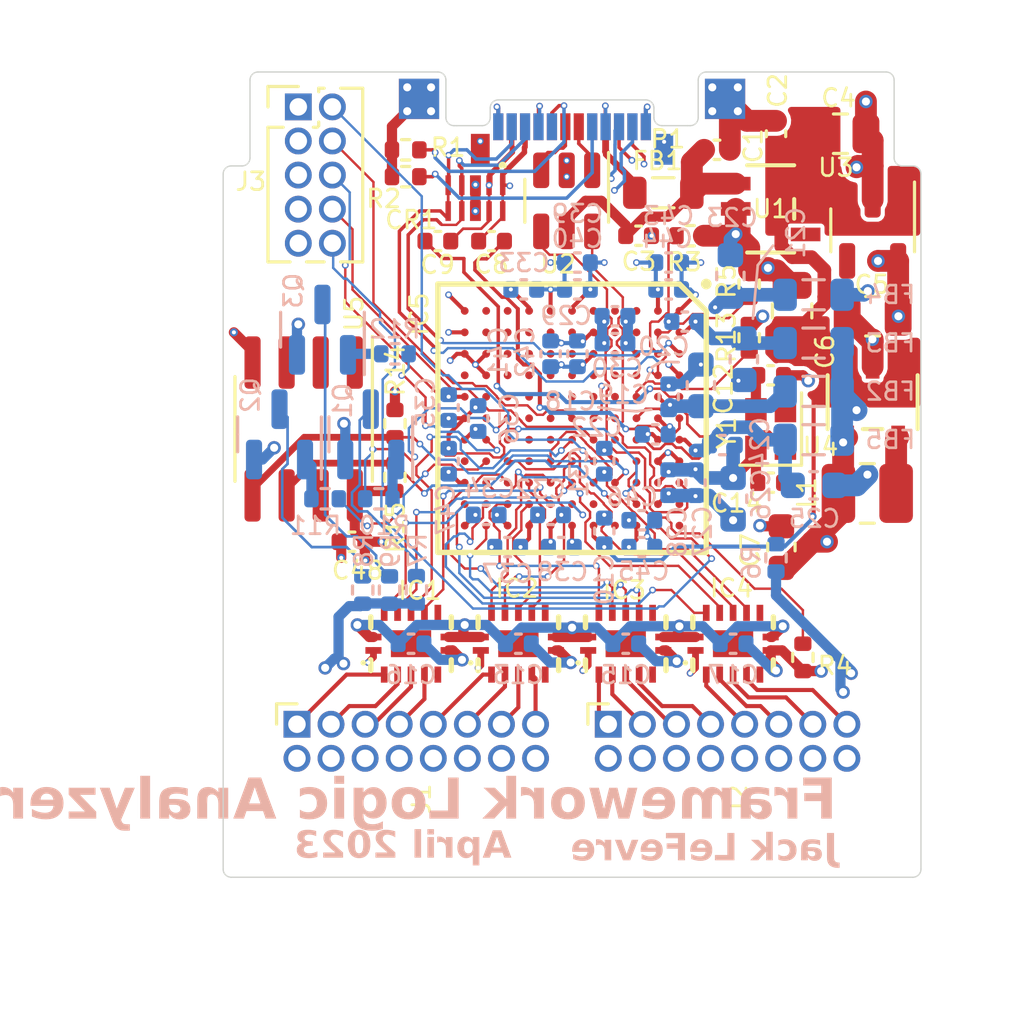
<source format=kicad_pcb>
(kicad_pcb (version 20221018) (generator pcbnew)
  (title_block (title "Expansion Card Template") (rev "X1") (company "Framework") (comment 1 "This work is licensed under a Creative Commons Attribution 4.0 International License") (comment 4 "https://frame.work"))
  (layers (0 "F.Cu" signal) (1 "In1.Cu" signal) (2 "In2.Cu" signal) (31 "B.Cu" signal) (34 "B.Paste" user) (35 "F.Paste" user) (36 "B.SilkS" user "B.Silkscreen") (37 "F.SilkS" user "F.Silkscreen") (38 "B.Mask" user) (39 "F.Mask" user) (44 "Edge.Cuts" user))
  (net 0 "")
  (net 1 "GND")
  (net 2 "+3V3")
  (net 3 "VBUS")
  (net 4 "Net-(P1-CC)")
  (net 19 "VIO")
  (net 27 "Net-(Q1-B)")
  (net 28 "Net-(Q1-C)")
  (net 29 "Net-(Q2-B)")
  (net 30 "Net-(Q2-C)")
  (net 31 "Net-(Q3-B)")
  (net 32 "Net-(Q3-C)")
  (net 33 "VS1")
  (net 34 "VS2")
  (net 35 "VS3")
  (net 75 "/USB-C/VBUS_IN")
  (net 76 "+1V2")
  (net 77 "/USB-C/SS_TX-")
  (net 78 "Net-(IC5-SSTXM)")
  (net 79 "/USB-C/SS_TX+")
  (net 80 "Net-(IC5-SSTXP)")
  (net 81 "Net-(IC5-XTALIN)")
  (net 82 "Net-(IC5-XTALOUT)")
  (net 83 "/U3TX_VDDQ")
  (net 84 "/U3RX_VDDQ")
  (net 85 "/CVDDQ")
  (net 86 "/AVDD")
  (net 87 "/USB-C/SS_RX+")
  (net 88 "/USB-C/SS_RX-")
  (net 89 "Net-(FB1-Pad1)")
  (net 90 "/CH0")
  (net 91 "/CH1")
  (net 92 "/CH2")
  (net 93 "/CH3")
  (net 94 "/IN3")
  (net 95 "/IN2")
  (net 96 "/IN1")
  (net 97 "/IN0")
  (net 98 "/CH4")
  (net 99 "/CH5")
  (net 100 "/CH6")
  (net 101 "/CH7")
  (net 102 "/IN7")
  (net 103 "/IN6")
  (net 104 "/IN5")
  (net 105 "/IN4")
  (net 106 "/CH8")
  (net 107 "/CH9")
  (net 108 "/CH10")
  (net 109 "/CH11")
  (net 110 "/IN11")
  (net 111 "/IN10")
  (net 112 "/IN9")
  (net 113 "/IN8")
  (net 114 "/CH12")
  (net 115 "/CH13")
  (net 116 "/CH14")
  (net 117 "/CH15")
  (net 118 "/IN15")
  (net 119 "/IN14")
  (net 120 "/IN13")
  (net 121 "/IN12")
  (net 122 "/USB-C/SS_D+")
  (net 123 "/USB-C/SS_D-")
  (net 124 "Net-(IC5-FSLC[0])")
  (net 125 "Net-(IC5-R_USB3)")
  (net 126 "Net-(IC5-TRST#)")
  (net 127 "Net-(IC5-R_USB2)")
  (net 128 "Net-(IC5-TDO)")
  (net 129 "/I2C_SCL")
  (net 130 "/I2C_SDA")
  (net 131 "Net-(IC5-TDI)")
  (net 132 "Net-(IC5-TMS)")
  (net 133 "Net-(IC5-TCK)")
  (net 135 "Net-(U4-LX)")
  (net 136 "Net-(P1-VCONN)")
  (net 137 "/USB-C/SSD-")
  (net 138 "/USB-C/SSD+")
  (net 145 "Net-(IC5-RESET#)")
  (footprint "Expansion_Card:USB_C_Plug_Molex_105444" (layer "F.Cu") (at 136.2 72.1)
    (fp_text reference "P1")
    (fp_text value "USB_C_Plug")
    (fp_line (start -3.35 0) (end -4.3 0) (stroke (width 0.05)) (layer "Edge.Cuts"))
    (fp_line (start -3.05 -0.66) (end -3.05 -0.3) (stroke (width 0.05)) (layer "Edge.Cuts"))
    (fp_line (start -2.75 -0.96) (end 2.75 -0.96) (stroke (width 0.05)) (layer "Edge.Cuts"))
    (fp_line (start 3.05 -0.66) (end 3.05 -0.3) (stroke (width 0.05)) (layer "Edge.Cuts"))
    (fp_line (start 3.35 0) (end 4.3 0) (stroke (width 0.05)) (layer "Edge.Cuts"))
    (fp_arc (start -3.05 -0.66) (mid -2.962132 -0.872132) (end -2.75 -0.96) (stroke (width 0.05)) (layer "Edge.Cuts"))
    (fp_arc (start -3.05 -0.3) (mid -3.137868 -0.087868) (end -3.35 0) (stroke (width 0.05)) (layer "Edge.Cuts"))
    (fp_arc (start 2.75 -0.96) (mid 2.962132 -0.872132) (end 3.05 -0.66) (stroke (width 0.05)) (layer "Edge.Cuts"))
    (fp_arc (start 3.35 0) (mid 3.137868 -0.087868) (end 3.05 -0.3) (stroke (width 0.05)) (layer "Edge.Cuts"))
  )
  (footprint "MountingHole:MountingHole_2.2mm_M2" (layer "F.Cu") (at 124.9 89.6)
    (fp_text reference "H1" hide)
    (fp_text value "MountingHole")
  )
  (footprint "MountingHole:MountingHole_2.2mm_M2" (layer "F.Cu") (at 147.5 89.6)
    (fp_text reference "H2" hide)
    (fp_text value "MountingHole")
  )
  (footprint "TestPoint:TestPoint_Pad_1.5x1.5mm" (layer "F.Cu") (at 130.5 71.1)
    (fp_text reference "TP1" hide)
    (fp_text value "TestPoint")
  )
  (footprint "TestPoint:TestPoint_Pad_1.5x1.5mm" (layer "F.Cu") (at 141.9 71.1)
    (fp_text reference "TP3" hide)
    (fp_text value "TestPoint")
  )
  (footprint "Inductor_SMD:L_0805_2012Metric" (layer "F.Cu") (at 139.6 74.6)
    (fp_text reference "FB1")
    (fp_text value "BLM21PG221SN1D")
  )
  (footprint "Capacitor_SMD:C_0805_2012Metric" (layer "F.Cu") (at 146.2 72.4)
    (fp_text reference "C4")
    (fp_text value "10uF")
  )
  (footprint "Capacitor_SMD:C_0402_1005Metric" (layer "F.Cu") (at 143.6 85.4 180)
    (fp_text reference "C14")
    (fp_text value "10p")
  )
  (footprint "Inductor_SMD:L_1008_2520Metric" (layer "F.Cu") (at 147.2 85.8 180)
    (fp_text reference "L1")
    (fp_text value "2.2u")
  )
  (footprint "Package_TO_SOT_SMD:SOT-23-5" (layer "F.Cu") (at 147.4 76 -90)
    (fp_text reference "U3")
    (fp_text value "AP2112K-3.3")
  )
  (footprint "Crystal:Crystal_SMD_2016-4Pin_2.0x1.6mm" (layer "F.Cu") (at 143.6 83.4 90)
    (fp_text reference "Y1")
    (fp_text value "19.200 MHz")
  )
  (footprint "Capacitor_SMD:C_0402_1005Metric" (layer "F.Cu") (at 143.6 81.4)
    (fp_text reference "C12")
    (fp_text value "10p")
  )
  (footprint "NCP360:TSOP5_3X1P5_ONS" (layer "F.Cu") (at 143.6 75.2)
    (fp_text reference "U1")
    (fp_text value "NCP360SNT1G")
  )
  (footprint "TXU0104:TXU0104QWBQARQ1" (layer "F.Cu") (at 130.2 91.4 90)
    (fp_text reference "IC1")
    (fp_text value "TXU0104QWBQARQ1" hide)
  )
  (footprint "Package_SO:SOIC-8_3.9x4.9mm_P1.27mm" (layer "F.Cu") (at 126.2 83.4 -90)
    (fp_text reference "U5")
    (fp_text value "M24M02-DR")
  )
  (footprint "Resistor_SMD:R_0402_1005Metric" (layer "F.Cu") (at 130 74 180)
    (fp_text reference "R2")
    (fp_text value "5.1k")
  )
  (footprint "Capacitor_SMD:C_0402_1005Metric" (layer "F.Cu") (at 131.2 76.4 180)
    (fp_text reference "C9")
    (fp_text value "100n 25V")
  )
  (footprint "Capacitor_SMD:C_0805_2012Metric" (layer "F.Cu") (at 147.4 79.2 180)
    (fp_text reference "C5")
    (fp_text value "10uF")
  )
  (footprint "Capacitor_SMD:C_0402_1005Metric" (layer "F.Cu") (at 138.68 76.2)
    (fp_text reference "C3")
    (fp_text value "100n")
  )
  (footprint "Capacitor_SMD:C_0603_1608Metric" (layer "F.Cu") (at 144 87.8 90)
    (fp_text reference "C7")
    (fp_text value "22u")
  )
  (footprint "Resistor_SMD:R_0402_1005Metric" (layer "F.Cu") (at 144.8 91.91 90)
    (fp_text reference "R4")
    (fp_text value "6.04k 1%")
  )
  (footprint "SC189:SOT_CSKTRT_SEM" (layer "F.Cu") (at 147.4 82.4 -90)
    (fp_text reference "U4")
    (fp_text value "SC189CSKTRT")
  )
  (footprint "Resistor_SMD:R_0402_1005Metric" (layer "F.Cu") (at 140.6 76.2 180)
    (fp_text reference "R3")
    (fp_text value "200R 1%")
  )
  (footprint "Package_TO_SOT_SMD:SOT-23-6" (layer "F.Cu") (at 136 74.9 -90)
    (fp_text reference "U2")
    (fp_text value "WE-TVS-82400102")
  )
  (footprint "Resistor_SMD:R_0402_1005Metric" (layer "F.Cu") (at 129.6 83.2 -90)
    (fp_text reference "R14")
    (fp_text value "2k")
  )
  (footprint "CYUSB301X:BGA121C80P11X11_1000X1000X120" (layer "F.Cu") (at 136.2 83 -90)
    (fp_text reference "IC5")
    (fp_text value "CYUSB3014-BZXC" hide)
  )
  (footprint "TXU0104:TXU0104QWBQARQ1" (layer "F.Cu") (at 138.2 91.4 90)
    (fp_text reference "IC3")
    (fp_text value "TXU0104QWBQARQ1" hide)
  )
  (footprint "TXU0104:TXU0104QWBQARQ1" (layer "F.Cu") (at 134.2 91.4 90)
    (fp_text reference "IC2")
    (fp_text value "TXU0104QWBQARQ1" hide)
  )
  (footprint "Connector_PinSocket_1.27mm:PinSocket_2x08_P1.27mm_Horizontal" (layer "F.Cu") (at 137.55 94.4 90)
    (fp_text reference "J2")
    (fp_text value "Conn_02x08_Odd_Even")
  )
  (footprint "Resistor_SMD:R_0402_1005Metric" (layer "F.Cu") (at 129.6 85.2 90)
    (fp_text reference "R15")
    (fp_text value "2k")
  )
  (footprint "Resistor_SMD:R_0402_1005Metric" (layer "F.Cu") (at 142.8 78 90)
    (fp_text reference "R5")
    (fp_text value "10k")
  )
  (footprint "Capacitor_SMD:C_0402_1005Metric" (layer "F.Cu") (at 143.8 72.4 90)
    (fp_text reference "C2")
    (fp_text value "1u")
  )
  (footprint "Resistor_SMD:R_0402_1005Metric" (layer "F.Cu") (at 142.8 80 -90)
    (fp_text reference "R13")
    (fp_text value "100k")
  )
  (footprint "Capacitor_SMD:C_0402_1005Metric" (layer "F.Cu") (at 133.2 76.4)
    (fp_text reference "C8")
    (fp_text value "100n 25V")
  )
  (footprint "TXU0104:TXU0104QWBQARQ1" (layer "F.Cu") (at 142.2 91.4 90)
    (fp_text reference "IC4")
    (fp_text value "TXU0104QWBQARQ1" hide)
  )
  (footprint "Capacitor_SMD:C_0805_2012Metric" (layer "F.Cu") (at 144.4 79 90)
    (fp_text reference "C6")
    (fp_text value "10uF")
  )
  (footprint "Capacitor_SMD:C_0402_1005Metric" (layer "F.Cu") (at 128 87.6 180)
    (fp_text reference "C48")
    (fp_text value "100n")
  )
  (footprint "Capacitor_SMD:C_0402_1005Metric" (layer "F.Cu") (at 141.6 73)
    (fp_text reference "C1")
    (fp_text value "1u")
  )
  (footprint "Resistor_SMD:R_0402_1005Metric" (layer "F.Cu") (at 130 73 180)
    (fp_text reference "R1")
    (fp_text value "5.1k")
  )
  (footprint "Connector_PinSocket_1.27mm:PinSocket_2x08_P1.27mm_Horizontal" (layer "F.Cu") (at 125.95 94.4 90)
    (fp_text reference "J1")
    (fp_text value "Conn_02x08_Odd_Even")
  )
  (footprint "SP3010:UDFEN-10_MO229_LTF" (layer "F.Cu") (at 132.6 74.8 -90)
    (fp_text reference "CR1")
    (fp_text value "SP3010-04UTG")
  )
  (footprint "Connector_PinHeader_1.27mm:PinHeader_2x05_P1.27mm_Vertical" (layer "F.Cu") (at 126 71.4)
    (fp_text reference "J3")
    (fp_text value "Conn_ARM_JTAG_SWD_10")
  )
  (footprint "TestPoint:TestPoint_Pad_1.5x1.5mm" (layer "B.Cu") (at 130.5 71.1)
    (fp_text reference "TP2" hide)
    (fp_text value "TestPoint")
  )
  (footprint "TestPoint:TestPoint_Pad_1.5x1.5mm" (layer "B.Cu") (at 141.9 71.1)
    (fp_text reference "TP4" hide)
    (fp_text value "TestPoint")
  )
  (footprint "Package_TO_SOT_SMD:SOT-23" (layer "B.Cu") (at 125.3 83.6 90)
    (fp_text reference "Q2")
    (fp_text value "MMBT3904")
  )
  (footprint "Capacitor_SMD:C_0402_1005Metric" (layer "B.Cu") (at 134.2 91.4)
    (fp_text reference "C13")
    (fp_text value "100n")
  )
  (footprint "Capacitor_SMD:C_0402_1005Metric" (layer "B.Cu") (at 130.2 91.4)
    (fp_text reference "C16")
    (fp_text value "100n")
  )
  (footprint "Capacitor_SMD:C_0603_1608Metric" (layer "B.Cu") (at 142.2 86 90)
    (fp_text reference "C26")
    (fp_text value "22u")
  )
  (footprint "Capacitor_SMD:C_0402_1005Metric" (layer "B.Cu") (at 140.8 85.4 90)
    (fp_text reference "C27")
    (fp_text value "100n")
  )
  (footprint "Capacitor_SMD:C_0402_1005Metric" (layer "B.Cu") (at 132.7 83.01 90)
    (fp_text reference "C36")
    (fp_text value "100n")
  )
  (footprint "Inductor_SMD:L_0805_2012Metric" (layer "B.Cu") (at 145.2 78.4)
    (fp_text reference "FB4")
    (fp_text value "MPZ2012S601A")
  )
  (footprint "Capacitor_SMD:C_0402_1005Metric" (layer "B.Cu") (at 138.8 87.8)
    (fp_text reference "C45")
    (fp_text value "100n")
  )
  (footprint "Capacitor_SMD:C_0603_1608Metric" (layer "B.Cu") (at 145.2 85.5)
    (fp_text reference "C25")
    (fp_text value "22u")
  )
  (footprint "Resistor_SMD:R_0402_1005Metric" (layer "B.Cu") (at 128.4 89.4 90)
    (fp_text reference "R8")
    (fp_text value "560")
  )
  (footprint "Capacitor_SMD:C_0402_1005Metric" (layer "B.Cu") (at 136.4 77.2 180)
    (fp_text reference "C39")
    (fp_text value "100n")
  )
  (footprint "Resistor_SMD:R_0402_1005Metric" (layer "B.Cu") (at 129.6 80.6 180)
    (fp_text reference "R12")
    (fp_text value "1k")
  )
  (footprint "Capacitor_SMD:C_0402_1005Metric" (layer "B.Cu") (at 137.8 80.2 180)
    (fp_text reference "C30")
    (fp_text value "10n")
  )
  (footprint "Capacitor_SMD:C_0402_1005Metric" (layer "B.Cu") (at 136.4 80.6 90)
    (fp_text reference "C42")
    (fp_text value "10n")
  )
  (footprint "Capacitor_SMD:C_0402_1005Metric" (layer "B.Cu") (at 133 86.6 180)
    (fp_text reference "C34")
    (fp_text value "100n")
  )
  (footprint "Capacitor_SMD:C_0603_1608Metric" (layer "B.Cu") (at 142.1 77.7 90)
    (fp_text reference "C23")
    (fp_text value "22u")
  )
  (footprint "Capacitor_SMD:C_0402_1005Metric" (layer "B.Cu") (at 139.8 82.2 90)
    (fp_text reference "C18")
    (fp_text value "100n")
  )
  (footprint "Capacitor_SMD:C_0402_1005Metric" (layer "B.Cu") (at 135.4 86.6)
    (fp_text reference "C38")
    (fp_text value "10n")
  )
  (footprint "Capacitor_SMD:C_0402_1005Metric" (layer "B.Cu") (at 139.3 83.6 180)
    (fp_text reference "C22")
    (fp_text value "100n")
  )
  (footprint "Capacitor_SMD:C_0402_1005Metric" (layer "B.Cu") (at 140.4 79.4 180)
    (fp_text reference "C20")
    (fp_text value "100n")
  )
  (footprint "Capacitor_SMD:C_0402_1005Metric" (layer "B.Cu") (at 138.2 91.4)
    (fp_text reference "C15")
    (fp_text value "100n")
  )
  (footprint "Inductor_SMD:L_0805_2012Metric" (layer "B.Cu") (at 145.2 83.8)
    (fp_text reference "FB5")
    (fp_text value "MPZ2012S601A")
  )
  (footprint "Capacitor_SMD:C_0402_1005Metric" (layer "B.Cu") (at 139.8 85.4 90)
    (fp_text reference "C28")
    (fp_text value "10n")
  )
  (footprint "Package_TO_SOT_SMD:SOT-23" (layer "B.Cu") (at 126.9 79.7 90)
    (fp_text reference "Q3")
    (fp_text value "MMBT3904")
  )
  (footprint "Resistor_SMD:R_0402_1005Metric" (layer "B.Cu") (at 143.8 88.2 -90)
    (fp_text reference "R6")
    (fp_text value "1k")
  )
  (footprint "Resistor_SMD:R_0402_1005Metric" (layer "B.Cu") (at 130.4 89.39 90)
    (fp_text reference "R7")
    (fp_text value "2k")
  )
  (footprint "Capacitor_SMD:C_0402_1005Metric" (layer "B.Cu") (at 136.4 78.2 180)
    (fp_text reference "C40")
    (fp_text value "10n")
  )
  (footprint "Capacitor_SMD:C_0402_1005Metric" (layer "B.Cu") (at 131.6 84.6 90)
    (fp_text reference "C47")
    (fp_text value "100n")
  )
  (footprint "Resistor_SMD:R_0402_1005Metric" (layer "B.Cu") (at 127 86 180)
    (fp_text reference "R11")
    (fp_text value "1k")
  )
  (footprint "Inductor_SMD:L_0805_2012Metric" (layer "B.Cu") (at 145.2 80.2)
    (fp_text reference "FB3")
    (fp_text value "MPZ2012S601A")
  )
  (footprint "Capacitor_SMD:C_0402_1005Metric" (layer "B.Cu") (at 139.8 77.2)
    (fp_text reference "C43")
    (fp_text value "100n")
  )
  (footprint "Package_TO_SOT_SMD:SOT-23" (layer "B.Cu") (at 128.7 83.6 90)
    (fp_text reference "Q1")
    (fp_text value "MMBT3904")
  )
  (footprint "Capacitor_SMD:C_0603_1608Metric" (layer "B.Cu") (at 141 81.775 90)
    (fp_text reference "C19")
    (fp_text value "22u")
  )
  (footprint "Capacitor_SMD:C_0402_1005Metric" (layer "B.Cu") (at 135.8 87.8 180)
    (fp_text reference "C32")
    (fp_text value "100n")
  )
  (footprint "Capacitor_SMD:C_0402_1005Metric" (layer "B.Cu") (at 137.4 87.2 90)
    (fp_text reference "C10")
    (fp_text value "100n")
  )
  (footprint "Capacitor_SMD:C_0402_1005Metric" (layer "B.Cu") (at 137.8 79.2 180)
    (fp_text reference "C29")
    (fp_text value "100n")
  )
  (footprint "Capacitor_SMD:C_0402_1005Metric" (layer "B.Cu") (at 135.4 80.6 90)
    (fp_text reference "C41")
    (fp_text value "100n")
  )
  (footprint "Capacitor_SMD:C_0402_1005Metric" (layer "B.Cu") (at 133.8 87.8 180)
    (fp_text reference "C37")
    (fp_text value "100n")
  )
  (footprint "Capacitor_SMD:C_0603_1608Metric" (layer "B.Cu") (at 142.6 80.8 -90)
    (fp_text reference "C21")
    (fp_text value "22u")
  )
  (footprint "Capacitor_SMD:C_0402_1005Metric" (layer "B.Cu") (at 138.8 86.8)
    (fp_text reference "C46")
    (fp_text value "10n")
  )
  (footprint "Inductor_SMD:L_0805_2012Metric" (layer "B.Cu") (at 145.2 82)
    (fp_text reference "FB2")
    (fp_text value "MPZ2012S601A")
  )
  (footprint "Resistor_SMD:R_0402_1005Metric" (layer "B.Cu") (at 129 86)
    (fp_text reference "R10")
    (fp_text value "1k")
  )
  (footprint "Capacitor_SMD:C_0402_1005Metric" (layer "B.Cu") (at 131.6 82.6 -90)
    (fp_text reference "C35")
    (fp_text value "10n")
  )
  (footprint "Capacitor_SMD:C_0402_1005Metric" (layer "B.Cu") (at 139.8 78.2)
    (fp_text reference "C44")
    (fp_text value "10n")
  )
  (footprint "Resistor_SMD:R_0402_1005Metric" (layer "B.Cu") (at 129.4 89.4 90)
    (fp_text reference "R9")
    (fp_text value "270")
  )
  (footprint "Capacitor_SMD:C_0402_1005Metric" (layer "B.Cu") (at 142.2 91.4)
    (fp_text reference "C17")
    (fp_text value "100n")
  )
  (footprint "Capacitor_SMD:C_0402_1005Metric" (layer "B.Cu") (at 137.4 84.6 90)
    (fp_text reference "C31")
    (fp_text value "100n")
  )
  (footprint "Capacitor_SMD:C_0402_1005Metric" (layer "B.Cu") (at 141.8 84)
    (fp_text reference "C24")
    (fp_text value "100n")
  )
  (footprint "Capacitor_SMD:C_0402_1005Metric" (layer "B.Cu") (at 134.4 78.2)
    (fp_text reference "C33")
    (fp_text value "10n")
  )
  (gr_line (start 139.5 80.9) (end 140.17 80.91) (stroke (width 0.1016)) (layer "B.SilkS"))
  (gr_line (start 137.18 82.59) (end 137.84 82.69) (stroke (width 0.1016)) (layer "B.SilkS"))
  (gr_line (start 143.12 77.3) (end 142.94 79.29) (stroke (width 0.1016)) (layer "B.SilkS"))
  (gr_line (start 137.84 82.69) (end 138.6 82.74) (stroke (width 0.1016)) (layer "B.SilkS"))
  (gr_line (start 138.97 81.59) (end 139.18 81.1) (stroke (width 0.1016)) (layer "B.SilkS"))
  (gr_line (start 138.6 82.74) (end 139.15 82.68) (stroke (width 0.1016)) (layer "B.SilkS"))
  (gr_line (start 139.18 81.1) (end 139.5 80.9) (stroke (width 0.1016)) (layer "B.SilkS"))
  (gr_line (start 143.69 76.57) (end 143.12 77.3) (stroke (width 0.1016)) (layer "B.SilkS"))
  (gr_line (start 149.2 73.9) (end 149.2 99.8) (stroke (width 0.05)) (layer "Edge.Cuts"))
  (gr_line (start 123.5 100.1) (end 148.9 100.1) (stroke (width 0.05)) (layer "Edge.Cuts"))
  (gr_arc (start 140.9 71.8) (mid 140.812132 72.012132) (end 140.6 72.1) (stroke (width 0.05)) (layer "Edge.Cuts"))
  (gr_arc (start 131.2 70.1) (mid 131.412132 70.187868) (end 131.5 70.4) (stroke (width 0.05)) (layer "Edge.Cuts"))
  (gr_line (start 140.9 71.8) (end 140.9 70.4) (stroke (width 0.05)) (layer "Edge.Cuts"))
  (gr_arc (start 140.9 70.4) (mid 140.987868 70.187868) (end 141.2 70.1) (stroke (width 0.05)) (layer "Edge.Cuts"))
  (gr_line (start 131.2 70.1) (end 124.5 70.1) (stroke (width 0.05)) (layer "Edge.Cuts"))
  (gr_line (start 141.2 70.1) (end 147.9 70.1) (stroke (width 0.05)) (layer "Edge.Cuts"))
  (gr_arc (start 123.5 100.1) (mid 123.287868 100.012132) (end 123.2 99.8) (stroke (width 0.05)) (layer "Edge.Cuts"))
  (gr_line (start 140.5 72.1) (end 140.6 72.1) (stroke (width 0.05)) (layer "Edge.Cuts"))
  (gr_arc (start 124.2 70.4) (mid 124.287868 70.187868) (end 124.5 70.1) (stroke (width 0.05)) (layer "Edge.Cuts"))
  (gr_line (start 124.2 73.3) (end 124.2 70.4) (stroke (width 0.05)) (layer "Edge.Cuts"))
  (gr_arc (start 124.2 73.3) (mid 124.112132 73.512132) (end 123.9 73.6) (stroke (width 0.05)) (layer "Edge.Cuts"))
  (gr_arc (start 123.2 73.9) (mid 123.287868 73.687868) (end 123.5 73.6) (stroke (width 0.05)) (layer "Edge.Cuts"))
  (gr_line (start 123.5 73.6) (end 123.9 73.6) (stroke (width 0.05)) (layer "Edge.Cuts"))
  (gr_line (start 148.2 73.3) (end 148.2 70.4) (stroke (width 0.05)) (layer "Edge.Cuts"))
  (gr_arc (start 148.9 73.6) (mid 149.112132 73.687868) (end 149.2 73.9) (stroke (width 0.05)) (layer "Edge.Cuts"))
  (gr_arc (start 148.5 73.6) (mid 148.287868 73.512132) (end 148.2 73.3) (stroke (width 0.05)) (layer "Edge.Cuts"))
  (gr_line (start 148.5 73.6) (end 148.9 73.6) (stroke (width 0.05)) (layer "Edge.Cuts"))
  (gr_line (start 131.5 71.8) (end 131.5 70.4) (stroke (width 0.05)) (layer "Edge.Cuts"))
  (gr_line (start 131.8 72.1) (end 131.9 72.1) (stroke (width 0.05)) (layer "Edge.Cuts"))
  (gr_arc (start 131.8 72.1) (mid 131.587868 72.012132) (end 131.5 71.8) (stroke (width 0.05)) (layer "Edge.Cuts"))
  (gr_arc (start 147.9 70.1) (mid 148.112132 70.187868) (end 148.2 70.4) (stroke (width 0.05)) (layer "Edge.Cuts"))
  (gr_line (start 123.2 73.9) (end 123.2 99.8) (stroke (width 0.05)) (layer "Edge.Cuts"))
  (gr_arc (start 149.2 99.8) (mid 149.112132 100.012132) (end 148.9 100.1) (stroke (width 0.05)) (layer "Edge.Cuts"))
  (gr_text "Jack LeFevre" (at 146.09 99.64) (layer "B.SilkS") (effects (font (size 1 1) (thickness 0.25) bold) (justify left bottom mirror)))
  (gr_text "Framework Logic Analyzer" (at 146.07 98.17) (layer "B.SilkS") (effects (font (size 1.5 1.5) (thickness 0.3) bold) (justify left bottom mirror)))
  (gr_text "April 2023" (at 125.83 99.54) (layer "B.SilkS") (effects (font (size 1 1) (thickness 0.25) bold) (justify right bottom mirror)))
  (segment (start 139.718221 84.281779) (end 139.4 84.6) (width 0.1524) (layer "F.Cu") (net 1))
  (segment (start 132.2 79.8) (end 131.6 79.8) (width 0.1524) (layer "F.Cu") (net 1))
  (segment (start 143.8 92.3) (end 143.8 92.4) (width 0.381) (layer "F.Cu") (net 1))
  (segment (start 139.6 91.65) (end 139.7 91.65) (width 0.381) (layer "F.Cu") (net 1))
  (segment (start 129.49 72.1285) (end 130.058 71.5605) (width 0.381) (layer "F.Cu") (net 1))
  (segment (start 133.45 71.45) (end 133.4 71.4) (width 0.1524) (layer "F.Cu") (net 1))
  (segment (start 143.818632 77.49) (end 144.378632 78.05) (width 0.8128) (layer "F.Cu") (net 1))
  (segment (start 131.6 91.65) (end 131.75 91.65) (width 0.381) (layer "F.Cu") (net 1))
  (segment (start 137.8 84.6) (end 137.4 84.2) (width 0.1524) (layer "F.Cu") (net 1))
  (segment (start 123.6 79.8) (end 124.295 80.495) (width 0.381) (layer "F.Cu") (net 1))
  (segment (start 147.4 72.65) (end 147.15 72.4) (width 0.8128) (layer "F.Cu") (net 1))
  (segment (start 144 87.025) (end 143.225 87.025) (width 0.381) (layer "F.Cu") (net 1))
  (segment (start 147.4 73.6) (end 146.85 73.6) (width 0.8128) (layer "F.Cu") (net 1))
  (segment (start 143.8 71.92) (end 142.72 71.92) (width 0.8128) (layer "F.Cu") (net 1))
  (segment (start 137 79.8) (end 137.4 80.2) (width 0.1524) (layer "F.Cu") (net 1))
  (segment (start 132.2 80.6) (end 131.91 80.6) (width 0.1524) (layer "F.Cu") (net 1))
  (segment (start 135.8 86.6) (end 135.4 87) (width 0.1524) (layer "F.Cu") (net 1))
  (segment (start 127.6 88.2) (end 127.6 87.68) (width 0.381) (layer "F.Cu") (net 1))
  (segment (start 135.6 91.65) (end 135.7 91.65) (width 0.381) (layer "F.Cu") (net 1))
  (segment (start 132.6 81) (end 132.2 80.6) (width 0.1524) (layer "F.Cu") (net 1))
  (segment (start 142.23805 76.2) (end 142.29825 76.1398) (width 0.8128) (layer "F.Cu") (net 1))
  (segment (start 132.2 83) (end 131.6 83) (width 0.1524) (layer "F.Cu") (net 1))
  (segment (start 142.8 77.49) (end 142.8 76.64155) (width 0.8128) (layer "F.Cu") (net 1))
  (segment (start 139.7 91.65) (end 140.1 92.05) (width 0.381) (layer "F.Cu") (net 1))
  (segment (start 143.05 84.375) (end 142.2 85.225) (width 0.381) (layer "F.Cu") (net 1))
  (segment (start 147.15 72.4) (end 147.15 71.2) (width 0.8128) (layer "F.Cu") (net 1))
  (segment (start 147.4 80.15) (end 147.4 80.07) (width 0.8128) (layer "F.Cu") (net 1))
  (segment (start 132.2 87) (end 132.6 86.6) (width 0.1524) (layer "F.Cu") (net 1))
  (segment (start 136.6 80.134537) (end 136.934537 79.8) (width 0.1524) (layer "F.Cu") (net 1))
  (segment (start 132.2 83) (end 131.6 83.6) (width 0.1524) (layer "F.Cu") (net 1))
  (segment (start 140.2 79) (end 140.8 78.4) (width 0.1524) (layer "F.Cu") (net 1))
  (segment (start 143.6 91.65) (end 143.6 92.1) (width 0.381) (layer "F.Cu") (net 1))
  (segment (start 139.4 84.6) (end 139.8 85) (width 0.1524) (layer "F.Cu") (net 1))
  (segment (start 129.49 74) (end 129.49 73) (width 0.381) (layer "F.Cu") (net 1))
  (segment (start 135.4 79) (end 135.4 78.2) (width 0.1524) (layer "F.Cu") (net 1))
  (segment (start 143.225 87.025) (end 143.2 87) (width 0.381) (layer "F.Cu") (net 1))
  (segment (start 139.8 79.4) (end 140.2 79) (width 0.1524) (layer "F.Cu") (net 1))
  (segment (start 143.59 77.49) (end 143.5 77.4) (width 0.8128) (layer "F.Cu") (net 1))
  (segment (start 144.15 82.7) (end 144.15 81.47) (width 0.381) (layer "F.Cu") (net 1))
  (segment (start 142.72 71.92) (end 141.9 71.1) (width 0.8128) (layer "F.Cu") (net 1))
  (segment (start 140.2 84.6) (end 139.881779 84.281779) (width 0.1524) (layer "F.Cu") (net 1))
  (segment (start 147.4 74.8625) (end 147.4 73.6) (width 0.8128) (layer "F.Cu") (net 1))
  (segment (start 133 80.6) (end 132.6 81) (width 0.1524) (layer "F.Cu") (net 1))
  (segment (start 138.95 72.14) (end 138.95 71.45) (width 0.1524) (layer "F.Cu") (net 1))
  (segment (start 142.08 73) (end 142.08 71.28) (width 0.8128) (layer "F.Cu") (net 1))
  (segment (start 131.6 83.6) (end 131.6 84.12) (width 0.1524) (layer "F.Cu") (net 1))
  (segment (start 141.11 76.2) (end 142.23805 76.2) (width 0.8128) (layer "F.Cu") (net 1))
  (segment (start 140.2 84.6) (end 139.8 85) (width 0.1524) (layer "F.Cu") (net 1))
  (segment (start 147.4 80.15) (end 146.45 79.2) (width 0.8128) (layer "F.Cu") (net 1))
  (segment (start 144.03 91.65) (end 144.8 92.42) (width 0.381) (layer "F.Cu") (net 1))
  (segment (start 144.8 92.42) (end 145.48 92.42) (width 0.381) (layer "F.Cu") (net 1))
  (segment (start 146.85 73.6) (end 146.8 73.65) (width 0.8128) (layer "F.Cu") (net 1))
  (segment (start 135.4 87) (end 135.4 87.6) (width 0.1524) (layer "F.Cu") (net 1))
  (segment (start 144.08 81.4) (end 144.8 81.4) (width 0.381) (layer "F.Cu") (net 1))
  (segment (start 143.6 92.1) (end 143.8 92.3) (width 0.381) (layer "F.Cu") (net 1))
  (segment (start 139.19 83.59) (end 139.02 83.59) (width 0.1524) (layer "F.Cu") (net 1))
  (segment (start 139.4 83.8) (end 139.19 83.59) (width 0.1524) (layer "F.Cu") (net 1))
  (segment (start 129.49 73) (end 129.49 72.1285) (width 0.381) (layer "F.Cu") (net 1))
  (segment (start 142.29825 75.2) (end 142.29825 76.1398) (width 0.8128) (layer "F.Cu") (net 1))
  (segment (start 131.75 91.65) (end 132.1 92) (width 0.381) (layer "F.Cu") (net 1))
  (segment (start 132.2 83) (end 132.6 82.6) (width 0.1524) (layer "F.Cu") (net 1))
  (segment (start 142.8 77.49) (end 143.818632 77.49) (width 0.8128) (layer "F.Cu") (net 1))
  (segment (start 144.8 81.4) (end 145 81.6) (width 0.381) (layer "F.Cu") (net 1))
  (segment (start 139.881779 84.281779) (end 139.771779 84.281779) (width 0.1524) (layer "F.Cu") (net 1))
  (segment (start 139.4 85.4) (end 139.8 85) (width 0.1524) (layer "F.Cu") (net 1))
  (segment (start 142.8 76.64155) (end 142.29825 76.1398) (width 0.8128) (layer "F.Cu") (net 1))
  (segment (start 132.6 75.2826) (end 132.6 74.3174) (width 0.381) (layer "F.Cu") (net 1))
  (segment (start 147.4 73.6) (end 147.4 72.65) (width 0.8128) (layer "F.Cu") (net 1))
  (segment (start 139.771779 84.281779) (end 139.718221 84.281779) (width 0.1524) (layer "F.Cu") (net 1))
  (segment (start 147.4 80.07) (end 147.39 80.06) (width 0.8128) (layer "F.Cu") (net 1))
  (segment (start 132.2 79) (end 131.6 78.4) (width 0.1524) (layer "F.Cu") (net 1))
  (segment (start 143.05 84.1) (end 143.05 84.375) (width 0.381) (layer "F.Cu") (net 1))
  (segment (start 143.6 91.65) (end 144.03 91.65) (width 0.381) (layer "F.Cu") (net 1))
  (segment (start 133.45 72.14) (end 133.45 71.45) (width 0.1524) (layer "F.Cu") (net 1))
  (segment (start 138.95 71.45) (end 139 71.4) (width 0.1524) (layer "F.Cu") (net 1))
  (segment (start 147.4 81.08555) (end 147.4 80.15) (width 0.8128) (layer "F.Cu") (net 1))
  (segment (start 135.7 91.65) (end 136.15 92.1) (width 0.381) (layer "F.Cu") (net 1))
  (segment (start 143.05 84.1) (end 143.05 85.33) (width 0.381) (layer "F.Cu") (net 1))
  (segment (start 133 81.4) (end 132.6 81) (width 0.1524) (layer "F.Cu") (net 1))
  (segment (start 131.91 80.6) (end 131.66 80.85) (width 0.1524) (layer "F.Cu") (net 1))
  (segment (start 143.818632 77.49) (end 143.59 77.49) (width 0.8128) (layer "F.Cu") (net 1))
  (via (at 130.058 70.6715) (size 0.5) (drill 0.3) (layers "F.Cu" "B.Cu") (net 1))
  (via (at 130.058 71.5605) (size 0.5) (drill 0.3) (layers "F.Cu" "B.Cu") (net 1))
  (via (at 142.377 70.6715) (size 0.5) (drill 0.3) (layers "F.Cu" "B.Cu") (net 1))
  (via (at 142.377 71.5605) (size 0.5) (drill 0.3) (layers "F.Cu" "B.Cu") (net 1))
  (via (at 130.947 71.5605) (size 0.5) (drill 0.3) (layers "F.Cu" "B.Cu") (net 1))
  (via (at 125.1 84.1) (size 0.5) (drill 0.3) (layers "F.Cu" "B.Cu") (net 1))
  (via (at 132.1 92) (size 0.5) (drill 0.3) (layers "F.Cu" "B.Cu") (net 1))
  (via (at 135.4 77.2) (size 0.25) (drill 0.15) (layers "F.Cu" "B.Cu") (net 1))
  (via (at 131.6 83) (size 0.25) (drill 0.15) (layers "F.Cu" "B.Cu") (net 1))
  (via (at 133.4 71.4) (size 0.25) (drill 0.15) (layers "F.Cu" "B.Cu") (net 1))
  (via (at 139 71.4) (size 0.25) (drill 0.15) (layers "F.Cu" "B.Cu") (net 1))
  (via (at 126 79.5) (size 0.5) (drill 0.3) (layers "F.Cu" "B.Cu") (net 1))
  (via (at 131.6 84.12) (size 0.25) (drill 0.15) (layers "F.Cu" "B.Cu") (net 1))
  (via (at 132.78 72.68) (size 0.25) (drill 0.15) (layers "F.Cu" "B.Cu") (net 1))
  (via (at 137.4 79.4) (size 0.25) (drill 0.15) (layers "F.Cu" "B.Cu") (net 1))
  (via (at 139.8 85) (size 0.25) (drill 0.15) (layers "F.Cu" "B.Cu") (net 1))
  (via (at 140.8 84.9) (size 0.25) (drill 0.15) (layers "F.Cu" "B.Cu") (net 1))
  (via (at 139.63 72.7) (size 0.25) (drill 0.15) (layers "F.Cu" "B.Cu") (net 1))
  (via (at 135.8 80.2) (size 0.25) (drill 0.15) (layers "F.Cu" "B.Cu") (net 1))
  (via (at 141.4245 70.6715) (size 0.5) (drill 0.3) (layers "F.Cu" "B.Cu") (net 1))
  (via (at 145.48 92.42) (size 0.5) (drill 0.3) (layers "F.Cu" "B.Cu") (net 1))
  (via (at 147.15 71.2) (size 0.5) (drill 0.3) (layers "F.Cu" "B.Cu") (net 1))
  (via (at 123.6 79.8) (size 0.3) (drill 0.15) (layers "F.Cu" "B.Cu") (net 1))
  (via (at 142.29825 76.1398) (size 0.5) (drill 0.3) (layers "F.Cu" "B.Cu") (net 1))
  (via (at 139 87.4) (size 0.25) (drill 0.15) (layers "F.Cu" "B.Cu") (net 1))
  (via (at 132.6 82.6) (size 0.25) (drill 0.15) (layers "F.Cu" "B.Cu") (net 1))
  (via (at 137.4 84.2) (size 0.25) (drill 0.15) (layers "F.Cu" "B.Cu") (net 1))
  (via (at 143.2 87) (size 0.5) (drill 0.3) (layers "F.Cu" "B.Cu") (net 1))
  (via (at 136.15 92.1) (size 0.5) (drill 0.3) (layers "F.Cu" "B.Cu") (net 1))
  (via (at 131.6 78.4) (size 0.25) (drill 0.15) (layers "F.Cu" "B.Cu") (net 1))
  (via (at 136 74) (size 0.25) (drill 0.15) (layers "F.Cu" "B.Cu") (net 1))
  (via (at 141 81) (size 0.25) (drill 0.15) (layers "F.Cu" "B.Cu") (net 1))
  (via (at 127.6 88.2) (size 0.3) (drill 0.15) (layers "F.Cu" "B.Cu") (net 1))
  (via (at 140.8 78.4) (size 0.25) (drill 0.15) (layers "F.Cu" "B.Cu") (net 1))
  (via (at 141.4245 71.5605) (size 0.5) (drill 0.3) (layers "F.Cu" "B.Cu") (net 1))
  (via (at 137.4 80.2) (size 0.25) (drill 0.15) (layers "F.Cu" "B.Cu") (net 1))
  (via (at 139.16 76.2) (size 0.3) (drill 0.15) (layers "F.Cu" "B.Cu") (net 1))
  (via (at 135.4 78.2) (size 0.25) (drill 0.15) (layers "F.Cu" "B.Cu") (net 1))
  (via (at 132.6 74.3) (size 0.3) (drill 0.15) (layers "F.Cu" "B.Cu") (net 1))
  (via (at 132.6 81) (size 0.25) (drill 0.15) (layers "F.Cu" "B.Cu") (net 1))
  (via (at 146.8 73.65) (size 0.5) (drill 0.3) (layers "F.Cu" "B.Cu") (net 1))
  (via (at 132.6 75.2826) (size 0.3) (drill 0.15) (layers "F.Cu" "B.Cu") (net 1))
  (via (at 141 77.2) (size 0.25) (drill 0.15) (layers "F.Cu" "B.Cu") (net 1))
  (via (at 147.39 80.06) (size 0.5) (drill 0.3) (layers "F.Cu" "B.Cu") (net 1))
  (via (at 143.8 92.4) (size 0.5) (drill 0.3) (layers "F.Cu" "B.Cu") (net 1))
  (via (at 135.8 86.6) (size 0.25) (drill 0.15) (layers "F.Cu" "B.Cu") (net 1))
  (via (at 139.8 81.8) (size 0.25) (drill 0.15) (layers "F.Cu" "B.Cu") (net 1))
  (via (at 133.2 87.8) (size 0.25) (drill 0.15) (layers "F.Cu" "B.Cu") (net 1))
  (via (at 142.2 85.225) (size 0.5) (drill 0.3) (layers "F.Cu" "B.Cu") (net 1))
  (via (at 131.66 80.85) (size 0.25) (drill 0.15) (layers "F.Cu" "B.Cu") (net 1))
  (via (at 127.7 83.2) (size 0.5) (drill 0.3) (layers "F.Cu" "B.Cu") (net 1))
  (via (at 136 73.4) (size 0.25) (drill 0.15) (layers "F.Cu" "B.Cu") (net 1))
  (via (at 139.02 83.59) (size 0.25) (drill 0.15) (layers "F.Cu" "B.Cu") (net 1))
  (via (at 143.5 77.4) (size 0.5) (drill 0.3) (layers "F.Cu" "B.Cu") (net 1))
  (via (at 139.771779 84.281779) (size 0.25) (drill 0.15) (layers "F.Cu" "B.Cu") (net 1))
  (via (at 142.4 81.6) (size 0.3) (drill 0.15) (layers "F.Cu" "B.Cu") (net 1))
  (via (at 130.947 70.6715) (size 0.5) (drill 0.3) (layers "F.Cu" "B.Cu") (net 1))
  (via (at 137.4 86.6) (size 0.25) (drill 0.15) (layers "F.Cu" "B.Cu") (net 1))
  (via (at 140.1 92.05) (size 0.5) (drill 0.3) (layers "F.Cu" "B.Cu") (net 1))
  (via (at 132.6 86.6) (size 0.25) (drill 0.15) (layers "F.Cu" "B.Cu") (net 1))
  (via (at 131.6 79.8) (size 0.25) (drill 0.15) (layers "F.Cu" "B.Cu") (net 1))
  (via (at 135.4 87.6) (size 0.25) (drill 0.15) (layers "F.Cu" "B.Cu") (net 1))
  (via (at 139.8 79.4) (size 0.25) (drill 0.15) (layers "F.Cu" "B.Cu") (net 1))
  (via (at 145 81.6) (size 0.5) (drill 0.3) (layers "F.Cu" "B.Cu") (net 1))
  (via (at 147.20594 85.1) (size 0.5) (drill 0.3) (layers "F.Cu" "B.Cu") (net 1))
  (via (at 136.6 80.134537) (size 0.25) (drill 0.15) (layers "F.Cu" "B.Cu") (net 1))
  (segment (start 133.45 72.14) (end 133.45 71.45) (width 0.1524) (layer "B.Cu") (net 1))
  (segment (start 140.28 78.2) (end 140.6 78.2) (width 0.1524) (layer "B.Cu") (net 1))
  (segment (start 141.105 85.225) (end 140.8 84.92) (width 0.508) (layer "B.Cu") (net 1))
  (segment (start 135.4 80.12) (end 135.72 80.12) (width 0.1524) (layer "B.Cu") (net 1))
  (segment (start 142.2 84.08) (end 142.28 84) (width 0.508) (layer "B.Cu") (net 1))
  (segment (start 133.45 71.45) (end 133.4 71.4) (width 0.1524) (layer "B.Cu") (net 1))
  (segment (start 140.6 78.2) (end 140.8 78.4) (width 0.1524) (layer "B.Cu") (net 1))
  (segment (start 124.6625 84.5375) (end 125.1 84.1) (width 0.381) (layer "B.Cu") (net 1))
  (segment (start 140.28 77.2) (end 141 77.2) (width 0.1524) (layer "B.Cu") (net 1))
  (segment (start 135.72 80.12) (end 135.8 80.2) (width 0.1524) (layer "B.Cu") (net 1))
  (segment (start 132.1 92) (end 131.28 92) (width 0.381) (layer "B.Cu") (net 1))
  (segment (start 137.4 79.4) (end 137.32 79.32) (width 0.381) (layer "B.Cu") (net 1))
  (segment (start 135.4 78.2) (end 135.92 78.2) (width 0.1524) (layer "B.Cu") (net 1))
  (segment (start 139.8 84.92) (end 140.8 84.92) (width 0.508) (layer "B.Cu") (net 1))
  (segment (start 125.95 79.55) (end 126 79.5) (width 0.381) (layer "B.Cu") (net 1))
  (segment (start 140.28 81.72) (end 141 81) (width 0.381) (layer "B.Cu") (net 1))
  (segment (start 135.92 77.2) (end 135.4 77.2) (width 0.1524) (layer "B.Cu") (net 1))
  (segment (start 138.95 72.14) (end 138.95 71.45) (width 0.1524) (layer "B.Cu") (net 1))
  (segment (start 139.28 87.68) (end 139 87.4) (width 0.1524) (layer "B.Cu") (net 1))
  (segment (start 139 87.4) (end 139 87.08) (width 0.1524) (layer "B.Cu") (net 1))
  (segment (start 139.92 79.4) (end 139.8 79.4) (width 0.381) (layer "B.Cu") (net 1))
  (segment (start 134.88 78.2) (end 135.4 78.2) (width 0.1524) (layer "B.Cu") (net 1))
  (segment (start 140.1 92.05) (end 139.33 92.05) (width 0.381) (layer "B.Cu") (net 1))
  (segment (start 146.80594 85.5) (end 147.20594 85.1) (width 0.8128) (layer "B.Cu") (net 1))
  (segment (start 135.8 80.2) (end 136.32 80.2) (width 0.1524) (layer "B.Cu") (net 1))
  (segment (start 136.15 92.1) (end 135.38 92.1) (width 0.381) (layer "B.Cu") (net 1))
  (segment (start 135.38 92.1) (end 134.68 91.4) (width 0.381) (layer "B.Cu") (net 1))
  (segment (start 145.975 85.5) (end 146.80594 85.5) (width 0.8128) (layer "B.Cu") (net 1))
  (segment (start 127.75 83.25) (end 127.7 83.2) (width 0.381) (layer "B.Cu") (net 1))
  (segment (start 140.28 78.2) (end 140.28 77.2) (width 0.1524) (layer "B.Cu") (net 1))
  (segment (start 139.8 81.72) (end 140.28 81.72) (width 0.381) (layer "B.Cu") (net 1))
  (segment (start 124.35 84.5375) (end 124.6625 84.5375) (width 0.381) (layer "B.Cu") (net 1))
  (segment (start 143.8 92.4) (end 143.68 92.4) (width 0.381) (layer "B.Cu") (net 1))
  (segment (start 131.28 92) (end 130.68 91.4) (width 0.381) (layer "B.Cu") (net 1))
  (segment (start 135.92 78.2) (end 135.92 77.2) (width 0.1524) (layer "B.Cu") (net 1))
  (segment (start 139.33 92.05) (end 138.68 91.4) (width 0.381) (layer "B.Cu") (net 1))
  (segment (start 138.95 71.45) (end 139 71.4) (width 0.1524) (layer "B.Cu") (net 1))
  (segment (start 127.75 84.5375) (end 127.75 83.25) (width 0.381) (layer "B.Cu") (net 1))
  (segment (start 142.1 76.33805) (end 142.29825 76.1398) (width 0.508) (layer "B.Cu") (net 1))
  (segment (start 142.1 76.925) (end 142.1 76.33805) (width 0.508) (layer "B.Cu") (net 1))
  (segment (start 142.2 85.225) (end 142.2 84.08) (width 0.508) (layer "B.Cu") (net 1))
  (segment (start 125.95 80.6375) (end 125.95 79.55) (width 0.381) (layer "B.Cu") (net 1))
  (segment (start 142.2 85.225) (end 141.105 85.225) (width 0.508) (layer "B.Cu") (net 1))
  (segment (start 143.68 92.4) (end 142.68 91.4) (width 0.381) (layer "B.Cu") (net 1))
  (segment (start 139 87.08) (end 139.28 86.8) (width 0.1524) (layer "B.Cu") (net 1))
  (segment (start 137.32 79.2) (end 137.32 80.2) (width 0.381) (layer "B.Cu") (net 1))
  (segment (start 140.15 91.15) (end 140.8 91.15) (width 0.381) (layer "F.Cu") (net 2))
  (segment (start 142.8 79.49) (end 143.01 79.49) (width 0.381) (layer "F.Cu") (net 2))
  (segment (start 134.6 86.92) (end 134.92 86.6) (width 0.1524) (layer "F.Cu") (net 2))
  (segment (start 128.27 85.71) (end 128.105 85.875) (width 0.381) (layer "F.Cu") (net 2))
  (segment (start 129.6 82.69) (end 129.6 82) (width 0.381) (layer "F.Cu") (net 2))
  (segment (start 143.6 91.15) (end 143.65 91.15) (width 0.381) (layer "F.Cu") (net 2))
  (segment (start 129.6 85.71) (end 128.27 85.71) (width 0.381) (layer "F.Cu") (net 2))
  (segment (start 138.32 87.8) (end 138.6 87.52) (width 0.1524) (layer "F.Cu") (net 2))
  (segment (start 128.48 87.6) (end 128.48 88.28) (width 0.381) (layer "F.Cu") (net 2))
  (segment (start 128.8 91.15) (end 128.65 91.15) (width 0.381) (layer "F.Cu") (net 2))
  (segment (start 138.6 87.52) (end 138.6 87) (width 0.1524) (layer "F.Cu") (net 2))
  (segment (start 148.35 79.2) (end 148.35 77.1375) (width 0.8128) (layer "F.Cu") (net 2))
  (segment (start 136.2 91.15) (end 136.2 90.8) (width 0.381) (layer "F.Cu") (net 2))
  (segment (start 140.15 90.8) (end 140.2 90.75) (width 0.381) (layer "F.Cu") (net 2))
  (segment (start 132.15 91.15) (end 132.15 90.75) (width 0.381) (layer "F.Cu") (net 2))
  (segment (start 134.6 87) (end 134.6 86.92) (width 0.1524) (layer "F.Cu") (net 2))
  (segment (start 139.4 79) (end 139.4 78.2) (width 0.1524) (layer "F.Cu") (net 2))
  (segment (start 148.35 77.1375) (end 147.6025 77.1375) (width 0.8128) (layer "F.Cu") (net 2))
  (segment (start 136.2 79) (end 136.2 78.88) (width 0.1524) (layer "F.Cu") (net 2))
  (segment (start 143.65 91.15) (end 144.05 90.75) (width 0.381) (layer "F.Cu") (net 2))
  (segment (start 136.2 78.88) (end 136.88 78.2) (width 0.1524) (layer "F.Cu") (net 2))
  (segment (start 134.6 87.48) (end 134.28 87.8) (width 0.1524) (layer "F.Cu") (net 2))
  (segment (start 140.15 91.15) (end 140.15 90.8) (width 0.381) (layer "F.Cu") (net 2))
  (segment (start 138.52 87) (end 138.32 86.8) (width 0.1524) (layer "F.Cu") (net 2))
  (segment (start 128.48 87.6) (end 129.1 87.6) (width 0.381) (layer "F.Cu") (net 2))
  (segment (start 132.2 85.4) (end 132 85.4) (width 0.1524) (layer "F.Cu") (net 2))
  (segment (start 128.105 85.875) (end 128.105 87.225) (width 0.381) (layer "F.Cu") (net 2))
  (segment (start 132.15 90.75) (end 132.2 90.7) (width 0.381) (layer "F.Cu") (net 2))
  (segment (start 128.48 88.28) (end 128.5 88.3) (width 0.381) (layer "F.Cu") (net 2))
  (segment (start 128.105 87.225) (end 128.48 87.6) (width 0.381) (layer "F.Cu") (net 2))
  (segment (start 128.65 91.15) (end 128.2 90.7) (width 0.381) (layer "F.Cu") (net 2))
  (segment (start 136.2 91.15) (end 135.6 91.15) (width 0.381) (layer "F.Cu") (net 2))
  (segment (start 137 80.6) (end 136.6 81) (width 0.1524) (layer "F.Cu") (net 2))
  (segment (start 147.6025 77.1375) (end 147.6 77.14) (width 0.8128) (layer "F.Cu") (net 2))
  (segment (start 132 85.4) (end 131.6 85) (width 0.1524) (layer "F.Cu") (net 2))
  (segment (start 132.8 91.15) (end 132.15 91.15) (width 0.381) (layer "F.Cu") (net 2))
  (segment (start 139.6 91.15) (end 140.15 91.15) (width 0.381) (layer "F.Cu") (net 2))
  (segment (start 138.6 87) (end 138.52 87) (width 0.1524) (layer "F.Cu") (net 2))
  (segment (start 143.01 79.49) (end 143.3 79.2) (width 0.381) (layer "F.Cu") (net 2))
  (segment (start 136.8 91.15) (end 136.2 91.15) (width 0.381) (layer "F.Cu") (net 2))
  (segment (start 132.15 91.15) (end 131.6 91.15) (width 0.381) (layer "F.Cu") (net 2))
  (segment (start 134.6 87) (end 134.6 87.48) (width 0.1524) (layer "F.Cu") (net 2))
  (via (at 143.3 79.2) (size 0.5) (drill 0.3) (layers "F.Cu" "B.Cu") (net 2))
  (via (at 128.5 88.3) (size 0.3) (drill 0.15) (layers "F.Cu" "B.Cu") (net 2))
  (via (at 138.6 77.2) (size 0.25) (drill 0.15) (layers "F.Cu" "B.Cu") (net 2))
  (via (at 147.6 77.14) (size 0.5) (drill 0.3) (layers "F.Cu" "B.Cu") (net 2))
  (via (at 131.6 85) (size 0.25) (drill 0.15) (layers "F.Cu" "B.Cu") (net 2))
  (via (at 136.6 81) (size 0.25) (drill 0.15) (layers "F.Cu" "B.Cu") (net 2))
  (via (at 138.32 87.8) (size 0.25) (drill 0.15) (layers "F.Cu" "B.Cu") (net 2))
  (via (at 148.36 79.2) (size 0.5) (drill 0.3) (layers "F.Cu" "B.Cu") (net 2))
  (via (at 134.28 87.8) (size 0.25) (drill 0.15) (layers "F.Cu" "B.Cu") (net 2))
  (via (at 134.92 86.6) (size 0.25) (drill 0.15) (layers "F.Cu" "B.Cu") (net 2))
  (via (at 129.1 87.6) (size 0.3) (drill 0.15) (layers "F.Cu" "B.Cu") (net 2))
  (via (at 132.2 90.7) (size 0.5) (drill 0.3) (layers "F.Cu" "B.Cu") (net 2))
  (via (at 128.2 90.7) (size 0.5) (drill 0.3) (layers "F.Cu" "B.Cu") (net 2))
  (via (at 144.05 90.75) (size 0.5) (drill 0.3) (layers "F.Cu" "B.Cu") (net 2))
  (via (at 135.8 81) (size 0.25) (drill 0.15) (layers "F.Cu" "B.Cu") (net 2))
  (via (at 136.2 90.8) (size 0.5) (drill 0.3) (layers "F.Cu" "B.Cu") (net 2))
  (via (at 140.2 90.75) (size 0.5) (drill 0.3) (layers "F.Cu" "B.Cu") (net 2))
  (via (at 129.6 82) (size 0.3) (drill 0.15) (layers "F.Cu" "B.Cu") (net 2))
  (via (at 136.88 78.2) (size 0.25) (drill 0.15) (layers "F.Cu" "B.Cu") (net 2))
  (via (at 138.32 86.8) (size 0.25) (drill 0.15) (layers "F.Cu" "B.Cu") (net 2))
  (via (at 147.22 78.26) (size 0.5) (drill 0.3) (layers "F.Cu" "B.Cu") (net 2))
  (via (at 137.4 77.2) (size 0.25) (drill 0.15) (layers "F.Cu" "B.Cu") (net 2))
  (via (at 139.4 78.2) (size 0.25) (drill 0.15) (layers "F.Cu" "B.Cu") (net 2))
  (segment (start 141.07 90.75) (end 141.72 91.4) (width 0.381) (layer "B.Cu") (net 2))
  (segment (start 129.02 90.7) (end 129.72 91.4) (width 0.381) (layer "B.Cu") (net 2))
  (segment (start 136.4 81.08) (end 135.88 81.08) (width 0.1524) (layer "B.Cu") (net 2))
  (segment (start 137.12 90.8) (end 137.72 91.4) (width 0.381) (layer "B.Cu") (net 2))
  (segment (start 130.42 90.7) (end 129.72 91.4) (width 0.381) (layer "B.Cu") (net 2))
  (segment (start 136.2 90.8) (end 137.12 90.8) (width 0.381) (layer "B.Cu") (net 2))
  (segment (start 136.2 90.8) (end 134.32 90.8) (width 0.381) (layer "B.Cu") (net 2))
  (segment (start 147.08 78.4) (end 147.22 78.26) (width 0.508) (layer "B.Cu") (net 2))
  (segment (start 139.32 78.2) (end 139.32 77.2) (width 0.1524) (layer "B.Cu") (net 2))
  (segment (start 133.02 90.7) (end 133.72 91.4) (width 0.381) (layer "B.Cu") (net 2))
  (segment (start 128.2 90.7) (end 129.02 90.7) (width 0.381) (layer "B.Cu") (net 2))
  (segment (start 141.72 91.4) (end 142.37 90.75) (width 0.381) (layer "B.Cu") (net 2))
  (segment (start 135.72 81.08) (end 135.8 81) (width 0.1524) (layer "B.Cu") (net 2))
  (segment (start 135.4 81.08) (end 135.72 81.08) (width 0.1524) (layer "B.Cu") (net 2))
  (segment (start 136.88 77.2) (end 136.88 78.2) (width 0.1524) (layer "B.Cu") (net 2))
  (segment (start 138.37 90.75) (end 140.2 90.75) (width 0.381) (layer "B.Cu") (net 2))
  (segment (start 135.88 81.08) (end 135.8 81) (width 0.1524) (layer "B.Cu") (net 2))
  (segment (start 134.32 90.8) (end 133.72 91.4) (width 0.381) (layer "B.Cu") (net 2))
  (segment (start 132.2 90.7) (end 130.42 90.7) (width 0.381) (layer "B.Cu") (net 2))
  (segment (start 137.72 91.4) (end 138.37 90.75) (width 0.381) (layer "B.Cu") (net 2))
  (segment (start 146.2625 78.4) (end 147.08 78.4) (width 0.508) (layer "B.Cu") (net 2))
  (segment (start 140.2 90.75) (end 141.07 90.75) (width 0.381) (layer "B.Cu") (net 2))
  (segment (start 139.32 77.2) (end 138.6 77.2) (width 0.1524) (layer "B.Cu") (net 2))
  (segment (start 132.2 90.7) (end 133.02 90.7) (width 0.381) (layer "B.Cu") (net 2))
  (segment (start 136.88 77.2) (end 137.4 77.2) (width 0.1524) (layer "B.Cu") (net 2))
  (segment (start 142.37 90.75) (end 144.05 90.75) (width 0.381) (layer "B.Cu") (net 2))
  (segment (start 144.90175 74.2475) (end 143.9953 75.15395) (width 0.508) (layer "F.Cu") (net 3))
  (segment (start 137 87) (end 137 87.4) (width 0.1524) (layer "F.Cu") (net 3))
  (segment (start 145.6 77.474815) (end 145.6 78.470815) (width 0.508) (layer "F.Cu") (net 3))
  (segment (start 145.596 78.754) (end 144.4 79.95) (width 0.508) (layer "F.Cu") (net 3))
  (segment (start 145.2 86.622416) (end 145.2 82.33559) (width 0.1524) (layer "F.Cu") (net 3))
  (segment (start 145.2 82.33559) (end 146.45004 81.08555) (width 0.1524) (layer "F.Cu") (net 3))
  (segment (start 137 87.4) (end 137.4 87.8) (width 0.1524) (layer "F.Cu") (net 3))
  (segment (start 144.404 77) (end 145.125185 77) (width 0.508) (layer "F.Cu") (net 3))
  (segment (start 145.596 78.474815) (end 145.596 78.754) (width 0.508) (layer "F.Cu") (net 3))
  (segment (start 143.9953 75.15395) (end 143.9953 76.5913) (width 0.508) (layer "F.Cu") (net 3))
  (segment (start 145.6 78.470815) (end 145.596 78.474815) (width 0.508) (layer "F.Cu") (net 3))
  (segment (start 145.161208 86.661208) (end 145.2 86.622416) (width 0.1524) (layer "F.Cu") (net 3))
  (segment (start 143.9953 76.5913) (end 144.404 77) (width 0.508) (layer "F.Cu") (net 3))
  (segment (start 145.125185 77) (end 145.6 77.474815) (width 0.508) (layer "F.Cu") (net 3))
  (via (at 137.4 87.8) (size 0.25) (drill 0.15) (layers "F.Cu" "B.Cu") (net 3))
  (via (at 145.161208 86.661208) (size 0.3) (drill 0.15) (layers "F.Cu" "B.Cu") (net 3))
  (segment (start 139.550974 88.2862) (end 137.8862 88.2862) (width 0.1524) (layer "B.Cu") (net 3))
  (segment (start 140.057174 87.78) (end 139.550974 88.2862) (width 0.1524) (layer "B.Cu") (net 3))
  (segment (start 137.8862 88.2862) (end 137.4 87.8) (width 0.1524) (layer "B.Cu") (net 3))
  (segment (start 145.161208 86.661208) (end 145.161208 86.738792) (width 0.1524) (layer "B.Cu") (net 3))
  (segment (start 145.161208 86.738792) (end 144.12 87.78) (width 0.1524) (layer "B.Cu") (net 3))
  (segment (start 144.12 87.78) (end 140.057174 87.78) (width 0.1524) (layer "B.Cu") (net 3))
  (segment (start 135.45 71.621) (end 135.7165 71.3545) (width 0.129) (layer "F.Cu") (net 4))
  (segment (start 135.7165 71.3545) (end 135.9 71.3545) (width 0.129) (layer "F.Cu") (net 4))
  (segment (start 130.51 73) (end 131 73) (width 0.129) (layer "F.Cu") (net 4))
  (segment (start 135.45 72.14) (end 135.45 71.621) (width 0.129) (layer "F.Cu") (net 4))
  (segment (start 131 73) (end 131.1 73.1) (width 0.129) (layer "F.Cu") (net 4))
  (via (at 135.9 71.3545) (size 0.25) (drill 0.15) (layers "F.Cu" "B.Cu") (net 4))
  (via (at 131.1 73.1) (size 0.25) (drill 0.15) (layers "F.Cu" "B.Cu") (net 4))
  (segment (start 135.9 71.3545) (end 135.9 72.709) (width 0.129) (layer "B.Cu") (net 4))
  (segment (start 131.1 73.3) (end 131.1 73.1) (width 0.129) (layer "B.Cu") (net 4))
  (segment (start 131.6 73.8) (end 131.1 73.3) (width 0.129) (layer "B.Cu") (net 4))
  (segment (start 135.9 72.709) (end 134.809 73.8) (width 0.129) (layer "B.Cu") (net 4))
  (segment (start 134.809 73.8) (end 131.6 73.8) (width 0.129) (layer "B.Cu") (net 4))
  (segment (start 128.8 91.9) (end 128.6 92.1) (width 0.254) (layer "F.Cu") (net 19))
  (segment (start 136.8 91.65) (end 136.8 92.2) (width 0.254) (layer "F.Cu") (net 19))
  (segment (start 136.8 92.2) (end 136.6 92.4) (width 0.254) (layer "F.Cu") (net 19))
  (segment (start 140.8 91.65) (end 140.8 92.3) (width 0.254) (layer "F.Cu") (net 19))
  (segment (start 128.8 91.65) (end 128.8 91.9) (width 0.254) (layer "F.Cu") (net 19))
  (segment (start 140.8 92.3) (end 140.6 92.5) (width 0.254) (layer "F.Cu") (net 19))
  (segment (start 132.8 91.65) (end 132.8 92.2) (width 0.254) (layer "F.Cu") (net 19))
  (segment (start 132.8 92.2) (end 132.7 92.3) (width 0.254) (layer "F.Cu") (net 19))
  (via (at 136.6 92.4) (size 0.25) (drill 0.15) (layers "F.Cu" "B.Cu") (net 19))
  (via (at 127 92.3) (size 0.5) (drill 0.3) (layers "F.Cu" "B.Cu") (net 19))
  (via (at 146.6 92.5) (size 0.5) (drill 0.3) (layers "F.Cu" "B.Cu") (net 19))
  (via (at 127.683051 92.140679) (size 0.5) (drill 0.3) (layers "F.Cu" "B.Cu") (net 19))
  (via (at 146.3 93.2) (size 0.5) (drill 0.3) (layers "F.Cu" "B.Cu") (net 19))
  (via (at 132.7 92.3) (size 0.25) (drill 0.15) (layers "F.Cu" "B.Cu") (net 19))
  (via (at 140.6 92.5) (size 0.25) (drill 0.15) (layers "F.Cu" "B.Cu") (net 19))
  (via (at 128.6 92.1) (size 0.25) (drill 0.15) (layers "F.Cu" "B.Cu") (net 19))
  (segment (start 127.5 91.957628) (end 127.683051 92.140679) (width 0.381) (layer "B.Cu") (net 19))
  (segment (start 146.2 92) (end 146.2 93.1) (width 0.381) (layer "B.Cu") (net 19))
  (segment (start 146.2 93.1) (end 146.3 93.2) (width 0.381) (layer "B.Cu") (net 19))
  (segment (start 127.342372 91.957628) (end 127 92.3) (width 0.381) (layer "B.Cu") (net 19))
  (segment (start 127.9 90) (end 127.5 90.4) (width 0.381) (layer "B.Cu") (net 19))
  (segment (start 146.2 92) (end 146.6 92.4) (width 0.381) (layer "B.Cu") (net 19))
  (segment (start 143.8 88.71) (end 143.8 89.6) (width 0.381) (layer "B.Cu") (net 19))
  (segment (start 128.4 89.91) (end 128.31 90) (width 0.381) (layer "B.Cu") (net 19))
  (segment (start 127.5 91.957628) (end 127.342372 91.957628) (width 0.381) (layer "B.Cu") (net 19))
  (segment (start 146.6 92.4) (end 146.6 92.5) (width 0.381) (layer "B.Cu") (net 19))
  (segment (start 130.4 89.9) (end 128.41 89.9) (width 0.381) (layer "B.Cu") (net 19))
  (segment (start 127.5 90.4) (end 127.5 91.957628) (width 0.381) (layer "B.Cu") (net 19))
  (segment (start 128.31 90) (end 127.9 90) (width 0.381) (layer "B.Cu") (net 19))
  (segment (start 143.8 89.6) (end 146.2 92) (width 0.381) (layer "B.Cu") (net 19))
  (segment (start 129.51 84.6775) (end 129.65 84.5375) (width 0.381) (layer "B.Cu") (net 27))
  (segment (start 129.51 86) (end 129.51 84.6775) (width 0.381) (layer "B.Cu") (net 27))
  (segment (start 128 85.766949) (end 128 86.233051) (width 0.1) (layer "B.Cu") (net 28))
  (segment (start 128.236949 86.47) (end 128.57 86.47) (width 0.1) (layer "B.Cu") (net 28))
  (segment (start 128.57 86.47) (end 130.4 88.3) (width 0.1) (layer "B.Cu") (net 28))
  (segment (start 128.29 85.476949) (end 128 85.766949) (width 0.1) (layer "B.Cu") (net 28))
  (segment (start 130.4 88.3) (end 130.4 88.88) (width 0.1) (layer "B.Cu") (net 28))
  (segment (start 128 86.233051) (end 128.236949 86.47) (width 0.1) (layer "B.Cu") (net 28))
  (segment (start 128.29 83.0725) (end 128.29 85.476949) (width 0.1) (layer "B.Cu") (net 28))
  (segment (start 128.7 82.6625) (end 128.29 83.0725) (width 0.1) (layer "B.Cu") (net 28))
  (segment (start 126.49 84.7775) (end 126.25 84.5375) (width 0.381) (layer "B.Cu") (net 29))
  (segment (start 126.49 86) (end 126.49 84.7775) (width 0.381) (layer "B.Cu") (net 29))
  (segment (start 128.1 88.59) (end 128.1 88.1) (width 0.1) (layer "B.Cu") (net 30))
  (segment (start 128.1 88.1) (end 127.8 87.8) (width 0.1) (layer "B.Cu") (net 30))
  (segment (start 128.4 88.89) (end 128.1 88.59) (width 0.1) (layer "B.Cu") (net 30))
  (segment (start 126.5 87.8) (end 125.4 86.7) (width 0.1) (layer "B.Cu") (net 30))
  (segment (start 125.6 84.7) (end 125.6 82.9625) (width 0.1) (layer "B.Cu") (net 30))
  (segment (start 127.8 87.8) (end 126.5 87.8) (width 0.1) (layer "B.Cu") (net 30))
  (segment (start 125.6 82.9625) (end 125.3 82.6625) (width 0.1) (layer "B.Cu") (net 30))
  (segment (start 125.4 86.7) (end 125.4 84.9) (width 0.1) (layer "B.Cu") (net 30))
  (segment (start 125.4 84.9) (end 125.6 84.7) (width 0.1) (layer "B.Cu") (net 30))
  (segment (start 129.09 80.6) (end 127.8875 80.6) (width 0.381) (layer "B.Cu") (net 31))
  (segment (start 128.186949 87.4) (end 127.8 87.4) (width 0.1) (layer "B.Cu") (net 32))
  (segment (start 127.8 87.4) (end 127 86.6) (width 0.1) (layer "B.Cu") (net 32))
  (segment (start 128.9 88.113051) (end 128.186949 87.4) (width 0.1) (layer "B.Cu") (net 32))
  (segment (start 127 86.6) (end 127 78.8625) (width 0.1) (layer "B.Cu") (net 32))
  (segment (start 129.4 88.89) (end 128.9 88.39) (width 0.1) (layer "B.Cu") (net 32))
  (segment (start 128.9 88.39) (end 128.9 88.113051) (width 0.1) (layer "B.Cu") (net 32))
  (segment (start 130.24 84.58) (end 130.34 84.48) (width 0.09) (layer "F.Cu") (net 33))
  (segment (start 129.77598 84.15) (end 130.20598 84.58) (width 0.09) (layer "F.Cu") (net 33))
  (segment (start 133.369373 83.430627) (end 133.8 83) (width 0.09) (layer "F.Cu") (net 33))
  (segment (start 130.34 84.48) (end 130.34 84.44) (width 0.09) (layer "F.Cu") (net 33))
  (segment (start 133.369373 83.439373) (end 133.369373 83.430627) (width 0.09) (layer "F.Cu") (net 33))
  (segment (start 128.77 84.15) (end 129.77598 84.15) (width 0.09) (layer "F.Cu") (net 33))
  (segment (start 130.20598 84.58) (end 130.24 84.58) (width 0.09) (layer "F.Cu") (net 33))
  (via (at 128.77 84.15) (size 0.25) (drill 0.15) (layers "F.Cu" "B.Cu") (net 33))
  (via (at 133.369373 83.439373) (size 0.25) (drill 0.15) (layers "F.Cu" "B.Cu") (net 33))
  (via (at 130.34 84.44) (size 0.25) (drill 0.15) (layers "F.Cu" "B.Cu") (net 33))
  (segment (start 132.4 82.99) (end 132.92 82.99) (width 0.09) (layer "B.Cu") (net 33))
  (segment (start 128.88 84.17) (end 128.79 84.17) (width 0.09) (layer "B.Cu") (net 33))
  (segment (start 130.86 82.63) (end 132.04 82.63) (width 0.09) (layer "B.Cu") (net 33))
  (segment (start 130.34 84.44) (end 130.12 84.22) (width 0.09) (layer "B.Cu") (net 33))
  (segment (start 132.04 82.63) (end 132.4 82.99) (width 0.09) (layer "B.Cu") (net 33))
  (segment (start 128.79 84.17) (end 128.77 84.15) (width 0.09) (layer "B.Cu") (net 33))
  (segment (start 128.49 84.56) (end 128.88 84.17) (width 0.09) (layer "B.Cu") (net 33))
  (segment (start 132.92 82.99) (end 133.369373 83.439373) (width 0.09) (layer "B.Cu") (net 33))
  (segment (start 130.12 84.22) (end 130.12 83.37) (width 0.09) (layer "B.Cu") (net 33))
  (segment (start 130.12 83.37) (end 130.86 82.63) (width 0.09) (layer "B.Cu") (net 33))
  (segment (start 128.49 86) (end 128.49 84.56) (width 0.09) (layer "B.Cu") (net 33))
  (segment (start 131.891838 84.91) (end 131.711838 84.73) (width 0.09) (layer "F.Cu") (net 34))
  (segment (start 128.68 87.01) (end 128.57 87.01) (width 0.09) (layer "F.Cu") (net 34))
  (segment (start 130.731485 85.058515) (end 130.731485 85.068515) (width 0.09) (layer "F.Cu") (net 34))
  (segment (start 130.731485 85.058515) (end 131.06 84.73) (width 0.09) (layer "F.Cu") (net 34))
  (segment (start 131.711838 84.73) (end 131.06 84.73) (width 0.09) (layer "F.Cu") (net 34))
  (segment (start 132.69 84.91) (end 131.891838 84.91) (width 0.09) (layer "F.Cu") (net 34))
  (segment (start 129.6 86.65) (end 129.33 86.92) (width 0.09) (layer "F.Cu") (net 34))
  (segment (start 133 84.6) (end 132.69 84.91) (width 0.09) (layer "F.Cu") (net 34))
  (segment (start 129.33 86.92) (end 128.77 86.92) (width 0.09) (layer "F.Cu") (net 34))
  (segment (start 128.77 86.92) (end 128.68 87.01) (width 0.09) (layer "F.Cu") (net 34))
  (via (at 128.57 87.01) (size 0.25) (drill 0.15) (layers "F.Cu" "B.Cu") (net 34))
  (via (at 130.731485 85.068515) (size 0.25) (drill 0.15) (layers "F.Cu" "B.Cu") (net 34))
  (via (at 129.6 86.65) (size 0.25) (drill 0.15) (layers "F.Cu" "B.Cu") (net 34))
  (segment (start 129.925 85.875) (end 129.925 86.335) (width 0.09) (layer "B.Cu") (net 34))
  (segment (start 128.57 87.01) (end 128.501177 87.01) (width 0.09) (layer "B.Cu") (net 34))
  (segment (start 129.925 86.335) (end 129.61 86.65) (width 0.09) (layer "B.Cu") (net 34))
  (segment (start 128.501177 87.01) (end 127.51 86.018823) (width 0.09) (layer "B.Cu") (net 34))
  (segment (start 129.61 86.65) (end 129.6 86.65) (width 0.09) (layer "B.Cu") (net 34))
  (segment (start 130.731485 85.068515) (end 129.925 85.875) (width 0.09) (layer "B.Cu") (net 34))
  (segment (start 129.93 81.41) (end 130.74 82.22) (width 0.09) (layer "F.Cu") (net 35))
  (segment (start 130.74 83.28) (end 130.74 82.22) (width 0.09) (layer "F.Cu") (net 35))
  (segment (start 133.399247 84.1905) (end 133.008747 83.8) (width 0.09) (layer "F.Cu") (net 35))
  (segment (start 129.85 81.41) (end 129.93 81.41) (width 0.09) (layer "F.Cu") (net 35))
  (via (at 130.74 83.28) (size 0.25) (drill 0.15) (layers "F.Cu" "B.Cu") (net 35))
  (via (at 129.85 81.41) (size 0.25) (drill 0.15) (layers "F.Cu" "B.Cu") (net 35))
  (via (at 133.399247 84.1905) (size 0.25) (drill 0.15) (layers "F.Cu" "B.Cu") (net 35))
  (segment (start 133.399247 84.1905) (end 132.652252 84.1905) (width 0.09) (layer "B.Cu") (net 35))
  (segment (start 132.652252 84.1905) (end 131.966752 83.505) (width 0.09) (layer "B.Cu") (net 35))
  (segment (start 130.11 81.15) (end 129.85 81.41) (width 0.09) (layer "B.Cu") (net 35))
  (segment (start 130.11 80.6) (end 130.11 81.15) (width 0.09) (layer "B.Cu") (net 35))
  (segment (start 131.275 83.505) (end 131.07 83.3) (width 0.09) (layer "B.Cu") (net 35))
  (segment (start 131.966752 83.505) (end 131.275 83.505) (width 0.09) (layer "B.Cu") (net 35))
  (segment (start 130.76 83.3) (end 130.74 83.28) (width 0.09) (layer "B.Cu") (net 35))
  (segment (start 131.07 83.3) (end 130.76 83.3) (width 0.09) (layer "B.Cu") (net 35))
  (segment (start 138.2 76.2) (end 138.9095 75.4905) (width 0.381) (layer "F.Cu") (net 75))
  (segment (start 140.6625 74.6) (end 140.6625 73.4575) (width 0.8128) (layer "F.Cu") (net 75))
  (segment (start 142.29825 74.2602) (end 141.0023 74.2602) (width 0.8128) (layer "F.Cu") (net 75))
  (segment (start 140.6625 73.4575) (end 141.12 73) (width 0.8128) (layer "F.Cu") (net 75))
  (segment (start 138.9095 75.4905) (end 139.772 75.4905) (width 0.381) (layer "F.Cu") (net 75))
  (segment (start 139.772 75.4905) (end 140.6625 74.6) (width 0.381) (layer "F.Cu") (net 75))
  (segment (start 137.2895 74.9) (end 138.2 75.8105) (width 0.381) (layer "F.Cu") (net 75))
  (segment (start 141.0023 74.2602) (end 140.6625 74.6) (width 0.8128) (layer "F.Cu") (net 75))
  (segment (start 136.702039 74.9) (end 137.2895 74.9) (width 0.381) (layer "F.Cu") (net 75))
  (segment (start 138.2 75.8105) (end 138.2 76.2) (width 0.381) (layer "F.Cu") (net 75))
  (segment (start 136 75.602039) (end 136.702039 74.9) (width 0.381) (layer "F.Cu") (net 75))
  (segment (start 144.175 88.575) (end 145.15 87.6) (width 0.8128) (layer "F.Cu") (net 76))
  (segment (start 136.2 87) (end 136.2 87.6) (width 0.1524) (layer "F.Cu") (net 76))
  (segment (start 146.3 83.86449) (end 146.3 85.625) (width 0.8128) (layer "F.Cu") (net 76))
  (segment (start 146.125 86.625) (end 146.125 85.8) (width 0.8128) (layer "F.Cu") (net 76))
  (segment (start 133.8 87) (end 133.4 86.6) (width 0.1524) (layer "F.Cu") (net 76))
  (segment (start 145.15 87.6) (end 146.125 86.625) (width 0.8128) (layer "F.Cu") (net 76))
  (segment (start 145.15 87.6) (end 145.7 87.6) (width 0.8128) (layer "F.Cu") (net 76))
  (segment (start 137 85.4) (end 137.4 85) (width 0.1524) (layer "F.Cu") (net 76))
  (segment (start 139.4 86.2) (end 139.8 85.8) (width 0.1524) (layer "F.Cu") (net 76))
  (segment (start 132.2 82.2) (end 131.6 82.2) (width 0.1524) (layer "F.Cu") (net 76))
  (segment (start 146.45004 83.71445) (end 146.3 83.86449) (width 0.8128) (layer "F.Cu") (net 76))
  (segment (start 144 88.575) (end 144.175 88.575) (width 0.8128) (layer "F.Cu") (net 76))
  (segment (start 134.6 78.88) (end 133.92 78.2) (width 0.1524) (layer "F.Cu") (net 76))
  (segment (start 138.6 80.6) (end 138.2 80.2) (width 0.1524) (layer "F.Cu") (net 76))
  (segment (start 134.6 79) (end 134.6 78.88) (width 0.1524) (layer "F.Cu") (net 76))
  (segment (start 132.2 83.8) (end 132.6 83.4) (width 0.1524) (layer "F.Cu") (net 76))
  (via (at 133.4 86.6) (size 0.25) (drill 0.15) (layers "F.Cu" "B.Cu") (net 76))
  (via (at 137.4 85) (size 0.25) (drill 0.15) (layers "F.Cu" "B.Cu") (net 76))
  (via (at 138.2 80.2) (size 0.25) (drill 0.15) (layers "F.Cu" "B.Cu") (net 76))
  (via (at 146.3 83.9) (size 0.5) (drill 0.3) (layers "F.Cu" "B.Cu") (net 76))
  (via (at 145.7 87.6) (size 0.5) (drill 0.3) (layers "F.Cu" "B.Cu") (net 76))
  (via (at 146.8 82.7) (size 0.5) (drill 0.3) (layers "F.Cu" "B.Cu") (net 76))
  (via (at 142.2 86.8) (size 0.5) (drill 0.3) (layers "F.Cu" "B.Cu") (net 76))
  (via (at 133.92 78.2) (size 0.25) (drill 0.15) (layers "F.Cu" "B.Cu") (net 76))
  (via (at 139.8 85.8) (size 0.25) (drill 0.15) (layers "F.Cu" "B.Cu") (net 76))
  (via (at 136.2 87.6) (size 0.25) (drill 0.15) (layers "F.Cu" "B.Cu") (net 76))
  (via (at 131.6 82.2) (size 0.25) (drill 0.15) (layers "F.Cu" "B.Cu") (net 76))
  (via (at 140.8 85.9) (size 0.25) (drill 0.15) (layers "F.Cu" "B.Cu") (net 76))
  (via (at 132.6 83.4) (size 0.25) (drill 0.15) (layers "F.Cu" "B.Cu") (net 76))
  (via (at 138.2 79.4) (size 0.25) (drill 0.15) (layers "F.Cu" "B.Cu") (net 76))
  (segment (start 146.2625 83.8) (end 146.2625 80.2) (width 0.8128) (layer "B.Cu") (net 76))
  (segment (start 138.2 79.4) (end 138.28 79.32) (width 0.381) (layer "B.Cu") (net 76))
  (segment (start 139.8 85.88) (end 140.78 85.88) (width 0.508) (layer "B.Cu") (net 76))
  (segment (start 140.8 85.88) (end 141.305 85.88) (width 0.508) (layer "B.Cu") (net 76))
  (segment (start 146.2625 83.8625) (end 146.3 83.9) (width 0.8128) (layer "B.Cu") (net 76))
  (segment (start 146.2625 82.1625) (end 146.8 82.7) (width 0.8128) (layer "B.Cu") (net 76))
  (segment (start 138.28 79.2) (end 138.28 80.2) (width 0.381) (layer "B.Cu") (net 76))
  (segment (start 141.305 85.88) (end 142.2 86.775) (width 0.508) (layer "B.Cu") (net 76))
  (segment (start 134.425 72.915001) (end 134.425 73.095) (width 0.2) (layer "F.Cu") (net 77))
  (segment (start 133.616 73.904) (end 133.616 74.3174) (width 0.2) (layer "F.Cu") (net 77))
  (segment (start 133.8574 74.3174) (end 133.88 74.34) (width 0.129) (layer "F.Cu") (net 77))
  (segment (start 133.616 75.504) (end 132.72 76.4) (width 0.1) (layer "F.Cu") (net 77))
  (segment (start 134.45 72.14) (end 134.45 72.890001) (width 0.2) (layer "F.Cu") (net 77))
  (segment (start 133.616 74.3174) (end 133.616 75.2826) (width 0.1) (layer "F.Cu") (net 77))
  (segment (start 134.425 73.095) (end 133.616 73.904) (width 0.2) (layer "F.Cu") (net 77))
  (segment (start 134.45 72.890001) (end 134.425 72.915001) (width 0.2) (layer "F.Cu") (net 77))
  (segment (start 133.616 74.3174) (end 133.8574 74.3174) (width 0.129) (layer "F.Cu") (net 77))
  (via (at 137.66 74.07) (size 0.25) (drill 0.15) (layers "F.Cu" "B.Cu") (net 77))
  (via (at 133.88 74.34) (size 0.25) (drill 0.15) (layers "F.Cu" "B.Cu") (net 77))
  (segment (start 137.8045 72.2855) (end 137.95 72.14) (width 0.129) (layer "B.Cu") (net 77))
  (segment (start 137.66 74.07) (end 137.66 73.91) (width 0.129) (layer "B.Cu") (net 77))
  (segment (start 137.8045 72.8045) (end 137.8045 72.2855) (width 0.129) (layer "B.Cu") (net 77))
  (segment (start 137.8 73.77) (end 137.8 72.809) (width 0.129) (layer "B.Cu") (net 77))
  (segment (start 137.66 73.91) (end 137.8 73.77) (width 0.129) (layer "B.Cu") (net 77))
  (segment (start 137.8 72.809) (end 137.8045 72.8045) (width 0.129) (layer "B.Cu") (net 77))
  (segment (start 134.18 80.78) (end 134.18 78.925754) (width 0.1524) (layer "F.Cu") (net 78))
  (segment (start 138.66 83.29) (end 138.55 83.4) (width 0.1) (layer "F.Cu") (net 78))
  (segment (start 139.307194 83.29) (end 138.66 83.29) (width 0.1) (layer "F.Cu") (net 78))
  (segment (start 139.964265 83.61) (end 139.627194 83.61) (width 0.1) (layer "F.Cu") (net 78))
  (segment (start 132.72 77.06) (end 133.02 77.06) (width 0.129) (layer "F.Cu") (net 78))
  (segment (start 135 82.6) (end 135 81.345754) (width 0.1524) (layer "F.Cu") (net 78))
  (segment (start 132.58 77.2) (end 132.72 77.06) (width 0.129) (layer "F.Cu") (net 78))
  (segment (start 133.02 77.06) (end 133.68 76.4) (width 0.129) (layer "F.Cu") (net 78))
  (segment (start 134.654246 81) (end 134.4 81) (width 0.1524) (layer "F.Cu") (net 78))
  (segment (start 134.18 78.925754) (end 133.744246 78.49) (width 0.129) (layer "F.Cu") (net 78))
  (segment (start 133.744246 78.49) (end 133.59 78.49) (width 0.129) (layer "F.Cu") (net 78))
  (segment (start 139.627194 83.61) (end 139.307194 83.29) (width 0.1) (layer "F.Cu") (net 78))
  (segment (start 140.2 83) (end 140.2 83.374265) (width 0.1) (layer "F.Cu") (net 78))
  (segment (start 132.58 77.48) (end 132.58 77.2) (width 0.129) (layer "F.Cu") (net 78))
  (segment (start 140.2 83.374265) (end 139.964265 83.61) (width 0.1) (layer "F.Cu") (net 78))
  (segment (start 135 81.345754) (end 134.654246 81) (width 0.1524) (layer "F.Cu") (net 78))
  (segment (start 138.55 83.4) (end 138.2 83.4) (width 0.1) (layer "F.Cu") (net 78))
  (segment (start 134.4 81) (end 134.18 80.78) (width 0.1524) (layer "F.Cu") (net 78))
  (segment (start 133.59 78.49) (end 132.58 77.48) (width 0.129) (layer "F.Cu") (net 78))
  (via (at 138.2 83.4) (size 0.25) (drill 0.15) (layers "F.Cu" "B.Cu") (net 78))
  (via (at 135 82.6) (size 0.25) (drill 0.15) (layers "F.Cu" "B.Cu") (net 78))
  (segment (start 135.4 82.8) (end 137.6 82.8) (width 0.1524) (layer "B.Cu") (net 78))
  (segment (start 135.2 82.6) (end 135 82.6) (width 0.1524) (layer "B.Cu") (net 78))
  (segment (start 137.6 82.8) (end 138.2 83.4) (width 0.1524) (layer "B.Cu") (net 78))
  (segment (start 135.4 82.8) (end 135.2 82.6) (width 0.1524) (layer "B.Cu") (net 78))
  (segment (start 133.136999 74.288401) (end 133.108 74.3174) (width 0.2) (layer "F.Cu") (net 79))
  (segment (start 133.95 72.14) (end 133.95 72.890001) (width 0.2) (layer "F.Cu") (net 79))
  (segment (start 133.136999 73.925711) (end 133.136999 74.288401) (width 0.2) (layer "F.Cu") (net 79))
  (segment (start 132.8141 75.94) (end 132.14 75.94) (width 0.1) (layer "F.Cu") (net 79))
  (segment (start 133.975 73.08771) (end 133.136999 73.925711) (width 0.2) (layer "F.Cu") (net 79))
  (segment (start 133.95 72.890001) (end 133.975 72.915001) (width 0.2) (layer "F.Cu") (net 79))
  (segment (start 133.108 75.2826) (end 133.108 75.6461) (width 0.1) (layer "F.Cu") (net 79))
  (segment (start 133.975 72.915001) (end 133.975 73.08771) (width 0.2) (layer "F.Cu") (net 79))
  (segment (start 132.14 75.94) (end 131.68 76.4) (width 0.1) (layer "F.Cu") (net 79))
  (segment (start 133.108 75.6461) (end 132.8141 75.94) (width 0.1) (layer "F.Cu") (net 79))
  (segment (start 133.108 75.2826) (end 133.108 74.3174) (width 0.1) (layer "F.Cu") (net 79))
  (via (at 133.108 74.3174) (size 0.25) (drill 0.15) (layers "F.Cu" "B.Cu") (net 79))
  (via (at 137.78 74.51) (size 0.25) (drill 0.15) (layers "F.Cu" "B.Cu") (net 79))
  (segment (start 138.15 73.8) (end 138.15 74.16) (width 0.129) (layer "B.Cu") (net 79))
  (segment (start 137.8 74.51) (end 137.78 74.51) (width 0.129) (layer "B.Cu") (net 79))
  (segment (start 138.13 73.78) (end 138.15 73.8) (width 0.129) (layer "B.Cu") (net 79))
  (segment (start 138.03 73.13) (end 138.45 72.71) (width 0.129) (layer "B.Cu") (net 79))
  (segment (start 138.03 73.68) (end 138.13 73.78) (width 0.129) (layer "B.Cu") (net 79))
  (segment (start 138.15 74.16) (end 137.8 74.51) (width 0.129) (layer "B.Cu") (net 79))
  (segment (start 138.03 73.13) (end 138.03 73.68) (width 0.129) (layer "B.Cu") (net 79))
  (segment (start 138.45 72.14) (end 138.45 72.71) (width 0.129) (layer "B.Cu") (net 79))
  (segment (start 132.17 77.05) (end 132.17 77.56) (width 0.129) (layer "F.Cu") (net 80))
  (segment (start 130.72 76.4) (end 131.37 77.05) (width 0.129) (layer "F.Cu") (net 80))
  (segment (start 132.17 77.56) (end 133.45 78.84) (width 0.129) (layer "F.Cu") (net 80))
  (segment (start 133.45 81.75) (end 133.4 81.8) (width 0.129) (layer "F.Cu") (net 80))
  (segment (start 131.37 77.05) (end 132.17 77.05) (width 0.129) (layer "F.Cu") (net 80))
  (segment (start 139.818162 82.2) (end 139.518162 81.9) (width 0.09) (layer "F.Cu") (net 80))
  (segment (start 140.2 82.2) (end 139.818162 82.2) (width 0.09) (layer "F.Cu") (net 80))
  (segment (start 133.45 78.84) (end 133.45 81.75) (width 0.129) (layer "F.Cu") (net 80))
  (segment (start 139.518162 81.9) (end 139.1 81.9) (width 0.09) (layer "F.Cu") (net 80))
  (via (at 133.4 81.8) (size 0.25) (drill 0.15) (layers "F.Cu" "B.Cu") (net 80))
  (via (at 139.1 81.9) (size 0.25) (drill 0.15) (layers "F.Cu" "B.Cu") (net 80))
  (segment (start 136 82.4) (end 138.6 82.4) (width 0.1524) (layer "B.Cu") (net 80))
  (segment (start 138.6 82.4) (end 139.1 81.9) (width 0.1524) (layer "B.Cu") (net 80))
  (segment (start 133.4 81.8) (end 133.7 82.1) (width 0.1524) (layer "B.Cu") (net 80))
  (segment (start 135.7 82.1) (end 136 82.4) (width 0.1524) (layer "B.Cu") (net 80))
  (segment (start 133.7 82.1) (end 135.7 82.1) (width 0.1524) (layer "B.Cu") (net 80))
  (segment (start 142.5 83.3) (end 143.05 82.75) (width 0.1) (layer "F.Cu") (net 81))
  (segment (start 139.617194 82.8) (end 139.974265 82.8) (width 0.1) (layer "F.Cu") (net 81))
  (segment (start 143.05 82.7) (end 143.05 81.47) (width 0.381) (layer "F.Cu") (net 81))
  (segment (start 140.96 83.68) (end 141.461423 83.68) (width 0.1) (layer "F.Cu") (net 81))
  (segment (start 139.974265 82.8) (end 140.069265 82.705) (width 0.1) (layer "F.Cu") (net 81))
  (segment (start 140.322194 82.705) (end 140.495 82.877806) (width 0.1) (layer "F.Cu") (net 81))
  (segment (start 138.95 82.65) (end 139.467194 82.65) (width 0.1) (layer "F.Cu") (net 81))
  (segment (start 138.6 83) (end 138.95 82.65) (width 0.1) (layer "F.Cu") (net 81))
  (segment (start 140.495 82.877806) (end 140.495 83.215) (width 0.1) (layer "F.Cu") (net 81))
  (segment (start 141.841423 83.3) (end 142.5 83.3) (width 0.1) (layer "F.Cu") (net 81))
  (segment (start 140.069265 82.705) (end 140.322194 82.705) (width 0.1) (layer "F.Cu") (net 81))
  (segment (start 140.495 83.215) (end 140.96 83.68) (width 0.1) (layer "F.Cu") (net 81))
  (segment (start 139.467194 82.65) (end 139.617194 82.8) (width 0.1) (layer "F.Cu") (net 81))
  (segment (start 141.461423 83.68) (end 141.841423 83.3) (width 0.1) (layer "F.Cu") (net 81))
  (segment (start 140.924265 84.5) (end 141.924265 83.5) (width 0.1) (layer "F.Cu") (net 82))
  (segment (start 140.077806 84.095) (end 140.270735 84.095) (width 0.1) (layer "F.Cu") (net 82))
  (segment (start 139.675 83.955) (end 139.937806 83.955) (width 0.1) (layer "F.Cu") (net 82))
  (segment (start 138.841091 83.8) (end 138.6 83.8) (width 0.1) (layer "F.Cu") (net 82))
  (segment (start 138.965 83.865) (end 138.906091 83.865) (width 0.1) (layer "F.Cu") (net 82))
  (segment (start 139.49 84.14) (end 139.24 84.14) (width 0.1) (layer "F.Cu") (net 82))
  (segment (start 143.55 83.5) (end 144.15 84.1) (width 0.1) (layer "F.Cu") (net 82))
  (segment (start 144.15 84.1) (end 144.15 85.33) (width 0.381) (layer "F.Cu") (net 82))
  (segment (start 140.270735 84.095) (end 140.675735 84.5) (width 0.1) (layer "F.Cu") (net 82))
  (segment (start 139.24 84.14) (end 138.965 83.865) (width 0.1) (layer "F.Cu") (net 82))
  (segment (start 141.924265 83.5) (end 143.55 83.5) (width 0.1) (layer "F.Cu") (net 82))
  (segment (start 139.937806 83.955) (end 140.077806 84.095) (width 0.1) (layer "F.Cu") (net 82))
  (segment (start 140.675735 84.5) (end 140.924265 84.5) (width 0.1) (layer "F.Cu") (net 82))
  (segment (start 138.906091 83.865) (end 138.841091 83.8) (width 0.1) (layer "F.Cu") (net 82))
  (segment (start 139.49 84.14) (end 139.675 83.955) (width 0.1) (layer "F.Cu") (net 82))
  (segment (start 139.7 82.5) (end 139.85 82.5) (width 0.1524) (layer "F.Cu") (net 83))
  (segment (start 139.4 82.2) (end 139.7 82.5) (width 0.1524) (layer "F.Cu") (net 83))
  (via (at 139.85 82.5) (size 0.25) (drill 0.15) (layers "F.Cu" "B.Cu") (net 83))
  (segment (start 143.5875 82.55) (end 144.1375 82) (width 0.508) (layer "B.Cu") (net 83))
  (segment (start 139.9 82.55) (end 143.5875 82.55) (width 0.508) (layer "B.Cu") (net 83))
  (segment (start 139.85 82.5) (end 139.9 82.55) (width 0.508) (layer "B.Cu") (net 83))
  (segment (start 140.4 79.8) (end 140.8 79.4) (width 0.1524) (layer "F.Cu") (net 84))
  (segment (start 140.2 79.8) (end 140.4 79.8) (width 0.1524) (layer "F.Cu") (net 84))
  (via (at 140.8 79.4) (size 0.25) (drill 0.15) (layers "F.Cu" "B.Cu") (net 84))
  (segment (start 142.6 80.025) (end 141.425 80.025) (width 0.508) (layer "B.Cu") (net 84))
  (segment (start 144.1375 80.2) (end 142.775 80.2) (width 0.508) (layer "B.Cu") (net 84))
  (segment (start 141.425 80.025) (end 140.8 79.4) (width 0.508) (layer "B.Cu") (net 84))
  (segment (start 139.71 83.31) (end 139.84 83.31) (width 0.1524) (layer "F.Cu") (net 85))
  (segment (start 139.4 83) (end 139.71 83.31) (width 0.1524) (layer "F.Cu") (net 85))
  (via (at 139.84 83.31) (size 0.25) (drill 0.15) (layers "F.Cu" "B.Cu") (net 85))
  (via (at 141.53 78.87) (size 0.25) (drill 0.15) (layers "F.Cu" "B.Cu") (net 85))
  (segment (start 141.53 78.87) (end 142 78.4) (width 0.508) (layer "B.Cu") (net 85))
  (segment (start 142 78.4) (end 144.1375 78.4) (width 0.508) (layer "B.Cu") (net 85))
  (segment (start 140.4 83.8) (end 140.8 84.2) (width 0.1524) (layer "F.Cu") (net 86))
  (segment (start 140.2 83.8) (end 140.4 83.8) (width 0.1524) (layer "F.Cu") (net 86))
  (via (at 140.8 84.2) (size 0.25) (drill 0.15) (layers "F.Cu" "B.Cu") (net 86))
  (segment (start 142.836 83.336) (end 141.935379 83.336) (width 0.508) (layer "B.Cu") (net 86))
  (segment (start 141.646 83.674) (end 141.12 84.2) (width 0.508) (layer "B.Cu") (net 86))
  (segment (start 141.12 84.2) (end 140.8 84.2) (width 0.508) (layer "B.Cu") (net 86))
  (segment (start 141.646 83.625379) (end 141.646 83.674) (width 0.508) (layer "B.Cu") (net 86))
  (segment (start 141.935379 83.336) (end 141.646 83.625379) (width 0.508) (layer "B.Cu") (net 86))
  (segment (start 143.3 83.8) (end 142.836 83.336) (width 0.508) (layer "B.Cu") (net 86))
  (segment (start 144.1375 83.8) (end 143.3 83.8) (width 0.508) (layer "B.Cu") (net 86))
  (segment (start 144.1375 85.2125) (end 144.425 85.5) (width 0.508) (layer "B.Cu") (net 86))
  (segment (start 144.1375 83.8) (end 144.1375 85.2125) (width 0.508) (layer "B.Cu") (net 86))
  (segment (start 131.05 80.332639) (end 129.7655 79.048139) (width 0.129) (layer "F.Cu") (net 87))
  (segment (start 138.88132 73.53) (end 138.88132 73.251905) (width 0.129) (layer "F.Cu") (net 87))
  (segment (start 131.05 80.48) (end 131.05 80.332639) (width 0.129) (layer "F.Cu") (net 87))
  (segment (start 129.7655 79.048139) (end 129.7655 76.03186) (width 0.129) (layer "F.Cu") (net 87))
  (segment (start 140.2 81.4) (end 139.8 81) (width 0.1524) (layer "F.Cu") (net 87))
  (segment (start 138.88132 73.251905) (end 138.45 72.820585) (width 0.129) (layer "F.Cu") (net 87))
  (segment (start 138.45 72.820585) (end 138.45 72.14) (width 0.129) (layer "F.Cu") (net 87))
  (segment (start 131.6 73.2) (end 131.6 74.3014) (width 0.129) (layer "F.Cu") (net 87))
  (segment (start 130.521674 75.275686) (end 131.290627 75.275686) (width 0.129) (layer "F.Cu") (net 87))
  (segment (start 131.290627 75.275686) (end 131.545617 75.530676) (width 0.129) (layer "F.Cu") (net 87))
  (segment (start 129.7655 76.03186) (end 130.521674 75.275686) (width 0.129) (layer "F.Cu") (net 87))
  (segment (start 131.584 74.3174) (end 131.584 75.2826) (width 0.1) (layer "F.Cu") (net 87))
  (via (at 131.6 73.2) (size 0.25) (drill 0.15) (layers "F.Cu" "B.Cu") (net 87))
  (via (at 138.88132 73.53) (size 0.25) (drill 0.15) (layers "F.Cu" "B.Cu") (net 87))
  (via (at 139.8 81) (size 0.25) (drill 0.15) (layers "F.Cu" "B.Cu") (net 87))
  (via (at 131.05 80.48) (size 0.25) (drill 0.15) (layers "F.Cu" "B.Cu") (net 87))
  (segment (start 131.13 80.56) (end 131.05 80.48) (width 0.09) (layer "B.Cu") (net 87))
  (segment (start 139 80.73) (end 138.58 81.15) (width 0.09) (layer "B.Cu") (net 87))
  (segment (start 137.1 81.15) (end 138.58 81.15) (width 0.09) (layer "B.Cu") (net 87))
  (segment (start 137.1 81.15) (end 136.62 81.63) (width 0.09) (layer "B.Cu") (net 87))
  (segment (start 135.236949 81.63) (end 133.996949 80.39) (width 0.09) (layer "B.Cu") (net 87))
  (segment (start 131.4 80.56) (end 131.57 80.39) (width 0.09) (layer "B.Cu") (net 87))
  (segment (start 131.13 80.56) (end 131.4 80.56) (width 0.09) (layer "B.Cu") (net 87))
  (segment (start 131.8 73) (end 131.6 73.2) (width 0.129) (layer "B.Cu") (net 87))
  (segment (start 139.43 80.9) (end 139.7 80.9) (width 0.09) (layer "B.Cu") (net 87))
  (segment (start 132.28 73) (end 131.8 73) (width 0.129) (layer "B.Cu") (net 87))
  (segment (start 131.57 80.39) (end 133.996949 80.39) (width 0.09) (layer "B.Cu") (net 87))
  (segment (start 139.22 80.72) (end 139.01 80.72) (width 0.09) (layer "B.Cu") (net 87))
  (segment (start 139.01 80.72) (end 139 80.73) (width 0.09) (layer "B.Cu") (net 87))
  (segment (start 136.62 81.63) (end 135.236949 81.63) (width 0.09) (layer "B.Cu") (net 87))
  (segment (start 133.377 73.342) (end 132.622 73.342) (width 0.129) (layer "B.Cu") (net 87))
  (segment (start 133.95 72.769) (end 133.377 73.342) (width 0.129) (layer "B.Cu") (net 87))
  (segment (start 139.43 80.9) (end 139.4 80.87) (width 0.09) (layer "B.Cu") (net 87))
  (segment (start 133.95 72.14) (end 133.95 72.769) (width 0.129) (layer "B.Cu") (net 87))
  (segment (start 139.8 81) (end 139.7 80.9) (width 0.09) (layer "B.Cu") (net 87))
  (segment (start 132.622 73.342) (end 132.28 73) (width 0.129) (layer "B.Cu") (net 87))
  (segment (start 139.4 80.87) (end 139.37 80.87) (width 0.09) (layer "B.Cu") (net 87))
  (segment (start 139.37 80.87) (end 139.22 80.72) (width 0.09) (layer "B.Cu") (net 87))
  (segment (start 131.345561 75.7959) (end 131.8841 75.7959) (width 0.09) (layer "F.Cu") (net 88))
  (segment (start 130.0945 78.911861) (end 130.0945 76.16814) (width 0.129) (layer "F.Cu") (net 88))
  (segment (start 131.8841 75.7959) (end 132.092 75.588) (width 0.09) (layer "F.Cu") (net 88))
  (segment (start 140.2 80.6) (end 139.8 80.2) (width 0.1524) (layer "F.Cu") (net 88))
  (segment (start 131.3 80.1) (end 131.282639 80.1) (width 0.129) (layer "F.Cu") (net 88))
  (segment (start 131.312977 75.763316) (end 131.345561 75.7959) (width 0.09) (layer "F.Cu") (net 88))
  (segment (start 130.657954 75.604686) (end 131.154347 75.604686) (width 0.129) (layer "F.Cu") (net 88))
  (segment (start 138.43 73.39) (end 137.95 72.91) (width 0.129) (layer "F.Cu") (net 88))
  (segment (start 132 73.4) (end 132 73.6) (width 0.129) (layer "F.Cu") (net 88))
  (segment (start 137.95 72.91) (end 137.95 72.14) (width 0.129) (layer "F.Cu") (net 88))
  (segment (start 132 73.6) (end 132.092 73.692) (width 0.129) (layer "F.Cu") (net 88))
  (segment (start 131.282639 80.1) (end 130.0945 78.911861) (width 0.129) (layer "F.Cu") (net 88))
  (segment (start 130.0945 76.16814) (end 130.657954 75.604686) (width 0.129) (layer "F.Cu") (net 88))
  (segment (start 131.154347 75.604686) (end 131.312977 75.763316) (width 0.129) (layer "F.Cu") (net 88))
  (segment (start 132.092 73.692) (end 132.092 74.3174) (width 0.129) (layer "F.Cu") (net 88))
  (segment (start 132.092 75.2826) (end 132.092 74.3174) (width 0.1) (layer "F.Cu") (net 88))
  (via (at 138.43 73.39) (size 0.25) (drill 0.15) (layers "F.Cu" "B.Cu") (net 88))
  (via (at 131.3 80.1) (size 0.25) (drill 0.15) (layers "F.Cu" "B.Cu") (net 88))
  (via (at 132 73.4) (size 0.25) (drill 0.15) (layers "F.Cu" "B.Cu") (net 88))
  (via (at 139.8 80.2) (size 0.25) (drill 0.15) (layers "F.Cu" "B.Cu") (net 88))
  (segment (start 134.766949 80.2) (end 135.166949 80.6) (width 0.09) (layer "B.Cu") (net 88))
  (segment (start 134.45 72.592854) (end 133.471854 73.571) (width 0.129) (layer "B.Cu") (net 88))
  (segment (start 139.49 80.51) (end 139.8 80.2) (width 0.09) (layer "B.Cu") (net 88))
  (segment (start 133.471854 73.571) (end 132.171 73.571) (width 0.129) (layer "B.Cu") (net 88))
  (segment (start 131.3 80.1) (end 131.4 80.2) (width 0.09) (layer "B.Cu") (net 88))
  (segment (start 131.4 80.2) (end 134.766949 80.2) (width 0.09) (layer "B.Cu") (net 88))
  (segment (start 132.171 73.571) (end 132 73.4) (width 0.129) (layer "B.Cu") (net 88))
  (segment (start 134.45 72.14) (end 134.45 72.592854) (width 0.129) (layer "B.Cu") (net 88))
  (segment (start 137 80.6) (end 137.055 80.655) (width 0.09) (layer "B.Cu") (net 88))
  (segment (start 138.538051 80.655) (end 138.683051 80.51) (width 0.09) (layer "B.Cu") (net 88))
  (segment (start 135.166949 80.6) (end 137 80.6) (width 0.09) (layer "B.Cu") (net 88))
  (segment (start 138.683051 80.51) (end 139.49 80.51) (width 0.09) (layer "B.Cu") (net 88))
  (segment (start 137.055 80.655) (end 138.538051 80.655) (width 0.09) (layer "B.Cu") (net 88))
  (segment (start 137.477 73.093841) (end 137.477 73.167) (width 0.254) (layer "F.Cu") (net 89))
  (segment (start 134.95 72.14) (end 134.95 71.41) (width 0.129) (layer "F.Cu") (net 89))
  (segment (start 137.477 73.167) (end 138.5375 74.2275) (width 0.254) (layer "F.Cu") (net 89))
  (segment (start 137.45 72.14) (end 137.45 73.066841) (width 0.254) (layer "F.Cu") (net 89))
  (segment (start 134.95 71.41) (end 134.99 71.37) (width 0.129) (layer "F.Cu") (net 89))
  (segment (start 137.45 73.066841) (end 137.477 73.093841) (width 0.254) (layer "F.Cu") (net 89))
  (segment (start 137.44 71.36) (end 137.44 72.13) (width 0.129) (layer "F.Cu") (net 89))
  (via (at 134.99 71.37) (size 0.25) (drill 0.15) (layers "F.Cu" "B.Cu") (net 89))
  (via (at 137.44 71.36) (size 0.25) (drill 0.15) (layers "F.Cu" "B.Cu") (net 89))
  (segment (start 134.99 71.37) (end 134.99 72.1) (width 0.129) (layer "B.Cu") (net 89))
  (segment (start 137.45 72.14) (end 137.45 71.37) (width 0.129) (layer "B.Cu") (net 89))
  (segment (start 137.45 71.37) (end 137.44 71.36) (width 0.129) (layer "B.Cu") (net 89))
  (segment (start 125.95 94.4) (end 127.8 92.55) (width 0.1524) (layer "F.Cu") (net 90))
  (segment (start 127.8 92.55) (end 129.2 92.55) (width 0.1524) (layer "F.Cu") (net 90))
  (segment (start 128.8762 93.7238) (end 129.7 92.9) (width 0.1524) (layer "F.Cu") (net 91))
  (segment (start 129.7 92.9) (end 129.7 92.55) (width 0.1524) (layer "F.Cu") (net 91))
  (segment (start 127.22 94.4) (end 127.8962 93.7238) (width 0.1524) (layer "F.Cu") (net 91))
  (segment (start 127.8962 93.7238) (end 128.8762 93.7238) (width 0.1524) (layer "F.Cu") (net 91))
  (segment (start 128.803708 94.4) (end 130.2 93.003708) (width 0.1524) (layer "F.Cu") (net 92))
  (segment (start 130.2 93.003708) (end 130.2 92.55) (width 0.1524) (layer "F.Cu") (net 92))
  (segment (start 129.76 94.4) (end 130.7 93.46) (width 0.1524) (layer "F.Cu") (net 93))
  (segment (start 130.7 93.46) (end 130.7 92.55) (width 0.1524) (layer "F.Cu") (net 93))
  (segment (start 131.4 89.375) (end 131.4 86) (width 0.09) (layer "F.Cu") (net 94))
  (segment (start 135.01 85.81) (end 135.4 86.2) (width 0.09) (layer "F.Cu") (net 94))
  (segment (start 135.01 85.58) (end 135.01 85.81) (width 0.09) (layer "F.Cu") (net 94))
  (segment (start 130.7 90.075) (end 131.4 89.375) (width 0.09) (layer "F.Cu") (net 94))
  (segment (start 131.4 86) (end 131.4 85.9) (width 0.09) (layer "F.Cu") (net 94))
  (via (at 131.4 85.9) (size 0.25) (drill 0.15) (layers "F.Cu" "B.Cu") (net 94))
  (via (at 135.01 85.58) (size 0.25) (drill 0.15) (layers "F.Cu" "B.Cu") (net 94))
  (segment (start 131.995 85.705) (end 131.595 85.705) (width 0.09) (layer "B.Cu") (net 94))
  (segment (start 132 85.7) (end 131.995 85.705) (width 0.09) (layer "B.Cu") (net 94))
  (segment (start 135.01 85.58) (end 134.89 85.7) (width 0.09) (layer "B.Cu") (net 94))
  (segment (start 131.595 85.705) (end 131.4 85.9) (width 0.09) (layer "B.Cu") (net 94))
  (segment (start 134.89 85.7) (end 132 85.7) (width 0.09) (layer "B.Cu") (net 94))
  (segment (start 130.97 89.305) (end 130.97 85.688162) (width 0.09) (layer "F.Cu") (net 95))
  (segment (start 130.97 83.77) (end 130.9 83.7) (width 0.09) (layer "F.Cu") (net 95))
  (segment (start 136.2 83.8) (end 135.8 84.2) (width 0.09) (layer "F.Cu") (net 95))
  (segment (start 130.97 85.688162) (end 130.4 85.118162) (width 0.09) (layer "F.Cu") (net 95))
  (segment (start 130.4 84.8) (end 130.97 84.23) (width 0.09) (layer "F.Cu") (net 95))
  (segment (start 130.4 85.118162) (end 130.4 84.8) (width 0.09) (layer "F.Cu") (net 95))
  (segment (start 130.97 84.23) (end 130.97 83.77) (width 0.09) (layer "F.Cu") (net 95))
  (segment (start 130.2 90.075) (end 130.97 89.305) (width 0.09) (layer "F.Cu") (net 95))
  (via (at 130.9 83.7) (size 0.25) (drill 0.15) (layers "F.Cu" "B.Cu") (net 95))
  (via (at 135.8 84.2) (size 0.25) (drill 0.15) (layers "F.Cu" "B.Cu") (net 95))
  (segment (start 133.915528 84.2) (end 135.368701 84.2) (width 0.09) (layer "B.Cu") (net 95))
  (segment (start 130.9 83.7) (end 130.905 83.695) (width 0.09) (layer "B.Cu") (net 95))
  (segment (start 131.888051 83.695) (end 132.055 83.861949) (width 0.09) (layer "B.Cu") (net 95))
  (segment (start 133.255529 84.86) (end 133.915528 84.2) (width 0.09) (layer "B.Cu") (net 95))
  (segment (start 135.368701 84.2) (end 135.5787 84.41) (width 0.09) (layer "B.Cu") (net 95))
  (segment (start 132.055 84.165) (end 132.749999 84.86) (width 0.09) (layer "B.Cu") (net 95))
  (segment (start 135.5787 84.41) (end 135.59 84.41) (width 0.09) (layer "B.Cu") (net 95))
  (segment (start 130.905 83.695) (end 131.888051 83.695) (width 0.09) (layer "B.Cu") (net 95))
  (segment (start 135.59 84.41) (end 135.8 84.2) (width 0.09) (layer "B.Cu") (net 95))
  (segment (start 132.749999 84.86) (end 133.255529 84.86) (width 0.09) (layer "B.Cu") (net 95))
  (segment (start 132.055 83.861949) (end 132.055 84.165) (width 0.09) (layer "B.Cu") (net 95))
  (segment (start 129.7 90.075) (end 130.4 89.375) (width 0.09) (layer "F.Cu") (net 96))
  (segment (start 135.9 85.7) (end 136.2 85.4) (width 0.09) (layer "F.Cu") (net 96))
  (segment (start 130.4 89.375) (end 130.4 86.5) (width 0.09) (layer "F.Cu") (net 96))
  (via (at 135.9 85.7) (size 0.25) (drill 0.15) (layers "F.Cu" "B.Cu") (net 96))
  (via (at 130.4 86.5) (size 0.25) (drill 0.15) (layers "F.Cu" "B.Cu") (net 96))
  (segment (start 132.145 85.955) (end 132.1 86) (width 0.09) (layer "B.Cu") (net 96))
  (segment (start 135.9 85.7) (end 135.645 85.955) (width 0.09) (layer "B.Cu") (net 96))
  (segment (start 135.645 85.955) (end 132.145 85.955) (width 0.09) (layer "B.Cu") (net 96))
  (segment (start 131.395 86.5) (end 130.4 86.5) (width 0.09) (layer "B.Cu") (net 96))
  (segment (start 131.895 86) (end 131.395 86.5) (width 0.09) (layer "B.Cu") (net 96))
  (segment (start 132.1 86) (end 131.895 86) (width 0.09) (layer "B.Cu") (net 96))
  (segment (start 136.2 86.2) (end 136.6 86.6) (width 0.09) (layer "F.Cu") (net 97))
  (segment (start 129.2 90.075) (end 130 89.275) (width 0.09) (layer "F.Cu") (net 97))
  (segment (start 130 89.275) (end 130 86.9) (width 0.09) (layer "F.Cu") (net 97))
  (via (at 130 86.9) (size 0.25) (drill 0.15) (layers "F.Cu" "B.Cu") (net 97))
  (via (at 136.6 86.6) (size 0.25) (drill 0.15) (layers "F.Cu" "B.Cu") (net 97))
  (segment (start 131.506949 86.9) (end 132.261949 86.145) (width 0.09) (layer "B.Cu") (net 97))
  (segment (start 136.145 86.145) (end 136.6 86.6) (width 0.09) (layer "B.Cu") (net 97))
  (segment (start 130 86.9) (end 131.506949 86.9) (width 0.09) (layer "B.Cu") (net 97))
  (segment (start 132.261949 86.145) (end 136.145 86.145) (width 0.09) (layer "B.Cu") (net 97))
  (segment (start 131.03 94.4) (end 132.88 92.55) (width 0.1524) (layer "F.Cu") (net 98))
  (segment (start 132.88 92.55) (end 133.2 92.55) (width 0.1524) (layer "F.Cu") (net 98))
  (segment (start 133.7 93) (end 133.7 92.55) (width 0.1524) (layer "F.Cu") (net 99))
  (segment (start 132.3 94.4) (end 133.7 93) (width 0.1524) (layer "F.Cu") (net 99))
  (segment (start 134.2 93.77) (end 134.2 92.55) (width 0.1524) (layer "F.Cu") (net 100))
  (segment (start 133.57 94.4) (end 134.2 93.77) (width 0.1524) (layer "F.Cu") (net 100))
  (segment (start 134.84 94.4) (end 134.84 92.69) (width 0.1524) (layer "F.Cu") (net 101))
  (segment (start 134.84 92.69) (end 134.7 92.55) (width 0.1524) (layer "F.Cu") (net 101))
  (segment (start 135 89.775) (end 135 86.901838) (width 0.09) (layer "F.Cu") (net 102))
  (segment (start 135 86.901838) (end 135.19 86.711838) (width 0.09) (layer "F.Cu") (net 102))
  (segment (start 135.19 86.711838) (end 135.19 86.400122) (width 0.09) (layer "F.Cu") (net 102))
  (segment (start 134.6 85.7) (end 134.6 85.4) (width 0.09) (layer "F.Cu") (net 102))
  (segment (start 134.89 85.99) (end 134.6 85.7) (width 0.09) (layer "F.Cu") (net 102))
  (segment (start 135.19 86.400122) (end 134.89 86.100122) (width 0.09) (layer "F.Cu") (net 102))
  (segment (start 134.89 86.100122) (end 134.89 85.99) (width 0.09) (layer "F.Cu") (net 102))
  (segment (start 134.7 90.075) (end 135 89.775) (width 0.09) (layer "F.Cu") (net 102))
  (segment (start 134.6 89.675) (end 134.6 88.64) (width 0.09) (layer "F.Cu") (net 103))
  (segment (start 134.6 88.64) (end 134.01 88.05) (width 0.09) (layer "F.Cu") (net 103))
  (segment (start 134.01 88.05) (end 134.01 87.47) (width 0.09) (layer "F.Cu") (net 103))
  (segment (start 134.01 87.47) (end 134.31 87.17) (width 0.09) (layer "F.Cu") (net 103))
  (segment (start 134.2 90.075) (end 134.6 89.675) (width 0.09) (layer "F.Cu") (net 103))
  (segment (start 134.31 86.49) (end 134.6 86.2) (width 0.09) (layer "F.Cu") (net 103))
  (segment (start 134.31 87.17) (end 134.31 86.49) (width 0.09) (layer "F.Cu") (net 103))
  (segment (start 134.23 88.9) (end 134.1 88.9) (width 0.09) (layer "F.Cu") (net 104))
  (segment (start 133.7 89.3) (end 133.7 90.25) (width 0.09) (layer "F.Cu") (net 104))
  (segment (start 135.9 88.3) (end 135.9 86.881838) (width 0.09) (layer "F.Cu") (net 104))
  (segment (start 135.9 86.881838) (end 136.07 86.711838) (width 0.09) (layer "F.Cu") (net 104))
  (segment (start 136.07 86.711838) (end 136.07 86.488162) (width 0.09) (layer "F.Cu") (net 104))
  (segment (start 135.613101 85.813101) (end 135.613101 85.605061) (width 0.09) (layer "F.Cu") (net 104))
  (segment (start 134.1 88.9) (end 133.7 89.3) (width 0.09) (layer "F.Cu") (net 104))
  (segment (start 135.3 88.9) (end 135.9 88.3) (width 0.09) (layer "F.Cu") (net 104))
  (segment (start 135.613101 85.605061) (end 135.9 85.318162) (width 0.09) (layer "F.Cu") (net 104))
  (segment (start 135.7 86.118162) (end 135.7 85.9) (width 0.09) (layer "F.Cu") (net 104))
  (segment (start 135.9 85.318162) (end 135.9 84.9) (width 0.09) (layer "F.Cu") (net 104))
  (segment (start 135.7 85.9) (end 135.613101 85.813101) (width 0.09) (layer "F.Cu") (net 104))
  (segment (start 135.9 84.9) (end 136.2 84.6) (width 0.09) (layer "F.Cu") (net 104))
  (segment (start 136.07 86.488162) (end 135.7 86.118162) (width 0.09) (layer "F.Cu") (net 104))
  (via (at 134.23 88.9) (size 0.25) (drill 0.15) (layers "F.Cu" "B.Cu") (net 104))
  (via (at 135.3 88.9) (size 0.25) (drill 0.15) (layers "F.Cu" "B.Cu") (net 104))
  (segment (start 135.3 88.9) (end 134.23 88.9) (width 0.09) (layer "B.Cu") (net 104))
  (segment (start 133.8 87.410122) (end 134.12 87.090122) (width 0.09) (layer "F.Cu") (net 105))
  (segment (start 135.11 85.11) (end 135.4 85.4) (width 0.09) (layer "F.Cu") (net 105))
  (segment (start 134.3 85.289878) (end 134.479878 85.11) (width 0.09) (layer "F.Cu") (net 105))
  (segment (start 134.3 86.2313) (end 134.3 85.289878) (width 0.09) (layer "F.Cu") (net 105))
  (segment (start 133.2 90.25) (end 133.2 89.41) (width 0.09) (layer "F.Cu") (net 105))
  (segment (start 134.12 86.4113) (end 134.3 86.2313) (width 0.09) (layer "F.Cu") (net 105))
  (segment (start 134.12 87.090122) (end 134.12 86.4113) (width 0.09) (layer "F.Cu") (net 105))
  (segment (start 134.479878 85.11) (end 135.11 85.11) (width 0.09) (layer "F.Cu") (net 105))
  (segment (start 133.8 88.81) (end 133.8 87.410122) (width 0.09) (layer "F.Cu") (net 105))
  (segment (start 133.2 89.41) (end 133.8 88.81) (width 0.09) (layer "F.Cu") (net 105))
  (segment (start 137.2 92.55) (end 137.2 94.05) (width 0.1524) (layer "F.Cu") (net 106))
  (segment (start 137.7 93.28) (end 138.82 94.4) (width 0.1524) (layer "F.Cu") (net 107))
  (segment (start 137.7 92.55) (end 137.7 93.28) (width 0.1524) (layer "F.Cu") (net 107))
  (segment (start 139.875 94.4) (end 138.2 92.725) (width 0.1524) (layer "F.Cu") (net 108))
  (segment (start 141.36 94.4) (end 140.6838 93.7238) (width 0.1524) (layer "F.Cu") (net 109))
  (segment (start 140.6838 93.7238) (end 139.555748 93.7238) (width 0.1524) (layer "F.Cu") (net 109))
  (segment (start 139.555748 93.7238) (end 138.7 92.868052) (width 0.1524) (layer "F.Cu") (net 109))
  (segment (start 138.7 92.868052) (end 138.7 92.55) (width 0.1524) (layer "F.Cu") (net 109))
  (segment (start 131.91 86.49) (end 131.91 87.71) (width 0.09) (layer "F.Cu") (net 110))
  (segment (start 138.6 89.4) (end 138.7 89.5) (width 0.09) (layer "F.Cu") (net 110))
  (segment (start 131.91 87.71) (end 132 87.8) (width 0.09) (layer "F.Cu") (net 110))
  (segment (start 138.7 89.5) (end 138.7 90.25) (width 0.09) (layer "F.Cu") (net 110))
  (segment (start 132.2 86.2) (end 131.91 86.49) (width 0.09) (layer "F.Cu") (net 110))
  (via (at 132 87.8) (size 0.25) (drill 0.15) (layers "F.Cu" "B.Cu") (net 110))
  (via (at 138.6 89.4) (size 0.25) (drill 0.15) (layers "F.Cu" "B.Cu") (net 110))
  (segment (start 132 87.8) (end 132 88.7687) (width 0.09) (layer "B.Cu") (net 110))
  (segment (start 132 88.7687) (end 132.9213 89.69) (width 0.09) (layer "B.Cu") (net 110))
  (segment (start 138.11 89.69) (end 138.4 89.4) (width 0.09) (layer "B.Cu") (net 110))
  (segment (start 132.9213 89.69) (end 138.11 89.69) (width 0.09) (layer "B.Cu") (net 110))
  (segment (start 138.4 89.4) (end 138.6 89.4) (width 0.09) (layer "B.Cu") (net 110))
  (segment (start 132.4 88.1) (end 133 87.5) (width 0.09) (layer "F.Cu") (net 111))
  (segment (start 133 87.5) (end 133 87) (width 0.09) (layer "F.Cu") (net 111))
  (segment (start 138.2 90.25) (end 138.2 89.4) (width 0.09) (layer "F.Cu") (net 111))
  (segment (start 138.2 89.4) (end 138 89.2) (width 0.09) (layer "F.Cu") (net 111))
  (via (at 138 89.2) (size 0.25) (drill 0.15) (layers "F.Cu" "B.Cu") (net 111))
  (via (at 132.4 88.1) (size 0.25) (drill 0.15) (layers "F.Cu" "B.Cu") (net 111))
  (segment (start 138 89.2) (end 137.7 89.5) (width 0.09) (layer "B.Cu") (net 111))
  (segment (start 133.2 89.5) (end 132.7 89) (width 0.09) (layer "B.Cu") (net 111))
  (segment (start 137.7 89.5) (end 133.2 89.5) (width 0.09) (layer "B.Cu") (net 111))
  (segment (start 132.4 88.2) (end 132.4 88.1) (width 0.09) (layer "B.Cu") (net 111))
  (segment (start 132.5 89) (end 132.4 88.9) (width 0.09) (layer "B.Cu") (net 111))
  (segment (start 132.4 88.9) (end 132.4 88.2) (width 0.09) (layer "B.Cu") (net 111))
  (segment (start 132.7 89) (end 132.5 89) (width 0.09) (layer "B.Cu") (net 111))
  (segment (start 132.8 88.6) (end 132.2 88.6) (width 0.09) (layer "F.Cu") (net 112))
  (segment (start 132.7 85.289878) (end 132.889878 85.1) (width 0.09) (layer "F.Cu") (net 112))
  (segment (start 132.320122 85.69) (end 132.7 85.310122) (width 0.09) (layer "F.Cu") (net 112))
  (segment (start 137.5 89.1) (end 137.7 89.3) (width 0.09) (layer "F.Cu") (net 112))
  (segment (start 131.59 87.99) (end 131.59 86.21) (width 0.09) (layer "F.Cu") (net 112))
  (segment (start 137.7 89.3) (end 137.7 90.25) (width 0.09) (layer "F.Cu") (net 112))
  (segment (start 132.11 85.69) (end 132.320122 85.69) (width 0.09) (layer "F.Cu") (net 112))
  (segment (start 133.5 85.1) (end 133.8 85.4) (width 0.09) (layer "F.Cu") (net 112))
  (segment (start 131.59 86.21) (end 132.11 85.69) (width 0.09) (layer "F.Cu") (net 112))
  (segment (start 132.7 85.310122) (end 132.7 85.289878) (width 0.09) (layer "F.Cu") (net 112))
  (segment (start 132.889878 85.1) (end 133.5 85.1) (width 0.09) (layer "F.Cu") (net 112))
  (segment (start 132.2 88.6) (end 131.59 87.99) (width 0.09) (layer "F.Cu") (net 112))
  (via (at 137.5 89.1) (size 0.25) (drill 0.15) (layers "F.Cu" "B.Cu") (net 112))
  (via (at 132.8 88.6) (size 0.25) (drill 0.15) (layers "F.Cu" "B.Cu") (net 112))
  (segment (start 137.3 89.3) (end 133.5 89.3) (width 0.09) (layer "B.Cu") (net 112))
  (segment (start 137.5 89.1) (end 137.3 89.3) (width 0.09) (layer "B.Cu") (net 112))
  (segment (start 133.5 89.3) (end 132.8 88.6) (width 0.09) (layer "B.Cu") (net 112))
  (segment (start 133.418162 86.2) (end 133.13 86.488162) (width 0.09) (layer "F.Cu") (net 113))
  (segment (start 137.2 88.6) (end 137.2 90.3) (width 0.09) (layer "F.Cu") (net 113))
  (segment (start 133.13 86.488162) (end 133.13 86.719878) (width 0.09) (layer "F.Cu") (net 113))
  (segment (start 133.13 86.719878) (end 133.29 86.879878) (width 0.09) (layer "F.Cu") (net 113))
  (segment (start 133.8 86.2) (end 133.418162 86.2) (width 0.09) (layer "F.Cu") (net 113))
  (segment (start 133.29 86.879878) (end 133.29 87) (width 0.09) (layer "F.Cu") (net 113))
  (segment (start 133.5 87.21) (end 133.5 88.5) (width 0.09) (layer "F.Cu") (net 113))
  (segment (start 133.29 87) (end 133.5 87.21) (width 0.09) (layer "F.Cu") (net 113))
  (segment (start 137.1 88.5) (end 137.2 88.6) (width 0.09) (layer "F.Cu") (net 113))
  (via (at 133.5 88.5) (size 0.25) (drill 0.15) (layers "F.Cu" "B.Cu") (net 113))
  (via (at 137.1 88.5) (size 0.25) (drill 0.15) (layers "F.Cu" "B.Cu") (net 113))
  (segment (start 133.5 88.5) (end 137.1 88.5) (width 0.09) (layer "B.Cu") (net 113))
  (segment (start 141.2 92.55) (end 141.2 92.97) (width 0.1524) (layer "F.Cu") (net 114))
  (segment (start 141.2 92.97) (end 142.63 94.4) (width 0.1524) (layer "F.Cu") (net 114))
  (segment (start 141.7 92.725) (end 142.6988 93.7238) (width 0.1524) (layer "F.Cu") (net 115))
  (segment (start 143.2238 93.7238) (end 143.9 94.4) (width 0.1524) (layer "F.Cu") (net 115))
  (segment (start 142.6988 93.7238) (end 143.2238 93.7238) (width 0.1524) (layer "F.Cu") (net 115))
  (segment (start 142.7726 93.4) (end 144.17 93.4) (width 0.1524) (layer "F.Cu") (net 116))
  (segment (start 142.2 92.55) (end 142.2 92.8274) (width 0.1524) (layer "F.Cu") (net 116))
  (segment (start 144.17 93.4) (end 145.17 94.4) (width 0.1524) (layer "F.Cu") (net 116))
  (segment (start 142.2 92.8274) (end 142.7726 93.4) (width 0.1524) (layer "F.Cu") (net 116))
  (segment (start 143.1 93.125) (end 145.165 93.125) (width 0.1524) (layer "F.Cu") (net 117))
  (segment (start 142.7 92.725) (end 143.1 93.125) (width 0.1524) (layer "F.Cu") (net 117))
  (segment (start 145.165 93.125) (end 146.44 94.4) (width 0.1524) (layer "F.Cu") (net 117))
  (segment (start 136.320122 83.51) (end 135.99 83.51) (width 0.09) (layer "F.Cu") (net 118))
  (segment (start 137.679878 85.69) (end 137.5 85.510122) (width 0.09) (layer "F.Cu") (net 118))
  (segment (start 139.279878 87.29) (end 139.11 87.120122) (width 0.09) (layer "F.Cu") (net 118))
  (segment (start 135.69 83.928162) (end 135.4 84.218162) (width 0.09) (layer "F.Cu") (net 118))
  (segment (start 136.879878 84.09) (end 136.71 83.920122) (width 0.09) (layer "F.Cu") (net 118))
  (segment (start 139.11 87.099878) (end 138.510122 86.5) (width 0.09) (layer "F.Cu") (net 118))
  (segment (start 135.99 83.51) (end 135.69 83.81) (width 0.09) (layer "F.Cu") (net 118))
  (segment (start 136.71 83.899878) (end 136.320122 83.51) (width 0.09) (layer "F.Cu") (net 118))
  (segment (start 137.5 85.510122) (end 137.5 85.281838) (width 0.09) (layer "F.Cu") (net 118))
  (segment (start 137.67 85.111838) (end 137.67 84.888162) (width 0.09) (layer "F.Cu") (net 118))
  (segment (start 135.4 84.218162) (end 135.4 84.6) (width 0.09) (layer "F.Cu") (net 118))
  (segment (start 139.279878 87.649878) (end 139.279878 87.29) (width 0.09) (layer "F.Cu") (net 118))
  (segment (start 142.7 90.075) (end 140.505 87.88) (width 0.09) (layer "F.Cu") (net 118))
  (segment (start 136.71 83.920122) (end 136.71 83.899878) (width 0.09) (layer "F.Cu") (net 118))
  (segment (start 136.900122 84.09) (end 136.879878 84.09) (width 0.09) (layer "F.Cu") (net 118))
  (segment (start 139.51 87.88) (end 139.279878 87.649878) (width 0.09) (layer "F.Cu") (net 118))
  (segment (start 137.381838 84.571716) (end 136.900122 84.09) (width 0.09) (layer "F.Cu") (net 118))
  (segment (start 138.1 86.110122) (end 138.1 86.089878) (width 0.09) (layer "F.Cu") (net 118))
  (segment (start 138.489878 86.5) (end 138.1 86.110122) (width 0.09) (layer "F.Cu") (net 118))
  (segment (start 138.510122 86.5) (end 138.489878 86.5) (width 0.09) (layer "F.Cu") (net 118))
  (segment (start 138.1 86.089878) (end 137.700122 85.69) (width 0.09) (layer "F.Cu") (net 118))
  (segment (start 137.5 85.281838) (end 137.67 85.111838) (width 0.09) (layer "F.Cu") (net 118))
  (segment (start 140.505 87.88) (end 139.51 87.88) (width 0.09) (layer "F.Cu") (net 118))
  (segment (start 137.67 84.888162) (end 137.381838 84.6) (width 0.09) (layer "F.Cu") (net 118))
  (segment (start 137.381838 84.6) (end 137.381838 84.571716) (width 0.09) (layer "F.Cu") (net 118))
  (segment (start 139.11 87.120122) (end 139.11 87.099878) (width 0.09) (layer "F.Cu") (net 118))
  (segment (start 137.700122 85.69) (end 137.679878 85.69) (width 0.09) (layer "F.Cu") (net 118))
  (segment (start 135.69 83.81) (end 135.69 83.928162) (width 0.09) (layer "F.Cu") (net 118))
  (segment (start 136.9 85.8) (end 136.49 85.39) (width 0.09) (layer "F.Cu") (net 119))
  (segment (start 135.510122 84.9) (end 134.481838 84.9) (width 0.09) (layer "F.Cu") (net 119))
  (segment (start 136.49 84.479878) (end 136.310122 84.3) (width 0.09) (layer "F.Cu") (net 119))
  (segment (start 137.67 86.711838) (end 137.67 86.488162) (width 0.09) (layer "F.Cu") (net 119))
  (segment (start 135.781838 84.628284) (end 135.510122 84.9) (width 0.09) (layer "F.Cu") (net 119))
  (segment (start 136.081838 84.3) (end 135.781838 84.6) (width 0.09) (layer "F.Cu") (net 119))
  (segment (start 135.781838 84.6) (end 135.781838 84.628284) (width 0.09) (layer "F.Cu") (net 119))
  (segment (start 137.010122 85.8) (end 136.9 85.8) (width 0.09) (layer "F.Cu") (net 119))
  (segment (start 137.381838 86.171716) (end 137.010122 85.8) (width 0.09) (layer "F.Cu") (net 119))
  (segment (start 137.67 86.488162) (end 137.381838 86.2) (width 0.09) (layer "F.Cu") (net 119))
  (segment (start 136.49 85.39) (end 136.49 84.479878) (width 0.09) (layer "F.Cu") (net 119))
  (segment (start 137.3 87.081838) (end 137.67 86.711838) (width 0.09) (layer "F.Cu") (net 119))
  (segment (start 137.381838 86.2) (end 137.381838 86.171716) (width 0.09) (layer "F.Cu") (net 119))
  (segment (start 134.481838 84.9) (end 134.181838 84.6) (width 0.09) (layer "F.Cu") (net 119))
  (segment (start 138.17 88.07) (end 137.3 87.2) (width 0.09) (layer "F.Cu") (net 119))
  (segment (start 140.235 88.07) (end 138.17 88.07) (width 0.09) (layer "F.Cu") (net 119))
  (segment (start 137.3 87.2) (end 137.3 87.081838) (width 0.09) (layer "F.Cu") (net 119))
  (segment (start 136.310122 84.3) (end 136.081838 84.3) (width 0.09) (layer "F.Cu") (net 119))
  (segment (start 134.181838 84.6) (end 133.8 84.6) (width 0.09) (layer "F.Cu") (net 119))
  (segment (start 142.2 90.035) (end 140.235 88.07) (width 0.09) (layer "F.Cu") (net 119))
  (segment (start 140.165 88.5) (end 137.6 88.5) (width 0.09) (layer "F.Cu") (net 120))
  (segment (start 141.7 90.035) (end 140.165 88.5) (width 0.09) (layer "F.Cu") (net 120))
  (segment (start 134.11 85.5) (end 134.11 85.09) (width 0.09) (layer "F.Cu") (net 120))
  (segment (start 136.5 86.118162) (end 136.5 85.8) (width 0.09) (layer "F.Cu") (net 120))
  (segment (start 133.92 85.69) (end 134.11 85.5) (width 0.09) (layer "F.Cu") (net 120))
  (segment (start 136.87 86.711838) (end 136.87 86.488162) (width 0.09) (layer "F.Cu") (net 120))
  (segment (start 133.29 85.69) (end 133.92 85.69) (width 0.09) (layer "F.Cu") (net 120))
  (segment (start 133 85.4) (end 133.29 85.69) (width 0.09) (layer "F.Cu") (net 120))
  (segment (start 136.7 86.881838) (end 136.87 86.711838) (width 0.09) (layer "F.Cu") (net 120))
  (segment (start 137.6 88.5) (end 136.7 87.6) (width 0.09) (layer "F.Cu") (net 120))
  (segment (start 136.87 86.488162) (end 136.5 86.118162) (width 0.09) (layer "F.Cu") (net 120))
  (segment (start 136.7 87.6) (end 136.7 86.881838) (width 0.09) (layer "F.Cu") (net 120))
  (segment (start 134.11 85.09) (end 134.2 85) (width 0.09) (layer "F.Cu") (net 120))
  (via (at 136.5 85.8) (size 0.25) (drill 0.15) (layers "F.Cu" "B.Cu") (net 120))
  (via (at 134.2 85) (size 0.25) (drill 0.15) (layers "F.Cu" "B.Cu") (net 120))
  (segment (start 134.4 85.2) (end 134.2 85) (width 0.09) (layer "B.Cu") (net 120))
  (segment (start 136.5 85.8) (end 136.3 85.6) (width 0.09) (layer "B.Cu") (net 120))
  (segment (start 136 85.2) (end 134.4 85.2) (width 0.09) (layer "B.Cu") (net 120))
  (segment (start 136.3 85.6) (end 136.3 85.5) (width 0.09) (layer "B.Cu") (net 120))
  (segment (start 136.3 85.5) (end 136 85.2) (width 0.09) (layer "B.Cu") (net 120))
  (segment (start 133 86.2) (end 132.879878 86.320122) (width 0.09) (layer "F.Cu") (net 121))
  (segment (start 132.879878 86.70196) (end 132.49 87.091838) (width 0.09) (layer "F.Cu") (net 121))
  (segment (start 132.49 87.51) (end 132.4 87.6) (width 0.09) (layer "F.Cu") (net 121))
  (segment (start 139.9 89.4) (end 140.75 90.25) (width 0.09) (layer "F.Cu") (net 121))
  (segment (start 139.2 89.4) (end 139.9 89.4) (width 0.09) (layer "F.Cu") (net 121))
  (segment (start 132.879878 86.320122) (end 132.879878 86.70196) (width 0.09) (layer "F.Cu") (net 121))
  (segment (start 140.75 90.25) (end 141.2 90.25) (width 0.09) (layer "F.Cu") (net 121))
  (segment (start 132.49 87.091838) (end 132.49 87.51) (width 0.09) (layer "F.Cu") (net 121))
  (via (at 132.4 87.6) (size 0.25) (drill 0.15) (layers "F.Cu" "B.Cu") (net 121))
  (via (at 139.2 89.4) (size 0.25) (drill 0.15) (layers "F.Cu" "B.Cu") (net 121))
  (segment (start 132.2 87.3) (end 132 87.3) (width 0.09) (layer "B.Cu") (net 121))
  (segment (start 132 87.3) (end 131.9 87.4) (width 0.09) (layer "B.Cu") (net 121))
  (segment (start 138.7 89.9) (end 139.2 89.4) (width 0.09) (layer "B.Cu") (net 121))
  (segment (start 131.9 87.4) (end 131.8 87.4) (width 0.09) (layer "B.Cu") (net 121))
  (segment (start 132.4 87.6) (end 132.4 87.5) (width 0.09) (layer "B.Cu") (net 121))
  (segment (start 132.4 87.5) (end 132.2 87.3) (width 0.09) (layer "B.Cu") (net 121))
  (segment (start 131.5 88.5374) (end 132.8626 89.9) (width 0.09) (layer "B.Cu") (net 121))
  (segment (start 131.5 87.7) (end 131.8 87.4) (width 0.09) (layer "B.Cu") (net 121))
  (segment (start 132.8626 89.9) (end 138.7 89.9) (width 0.09) (layer "B.Cu") (net 121))
  (segment (start 131.5 87.7) (end 131.5 88.5374) (width 0.09) (layer "B.Cu") (net 121))
  (segment (start 140.2 85.4) (end 140.49 85.69) (width 0.09) (layer "F.Cu") (net 122))
  (segment (start 137.51 79.928162) (end 137.51 79.679878) (width 0.09) (layer "F.Cu") (net 122))
  (segment (start 135.36 76.91) (end 135.05 76.6) (width 0.09) (layer "F.Cu") (net 122))
  (segment (start 139.1 86.35) (end 139.1 85.778823) (width 0.09) (layer "F.Cu") (net 122))
  (segment (start 137.51 79.679878) (end 137.67 79.519878) (width 0.09) (layer "F.Cu") (net 122))
  (segment (start 139.25 86.5) (end 139.1 86.35) (width 0.09) (layer "F.Cu") (net 122))
  (segment (start 139.1 85.778823) (end 138.92 85.598823) (width 0.09) (layer "F.Cu") (net 122))
  (segment (start 137.49 83.908162) (end 137.49 81.991838) (width 0.09) (layer "F.Cu") (net 122))
  (segment (start 137.67 80.088162) (end 137.51 79.928162) (width 0.09) (layer "F.Cu") (net 122))
  (segment (start 138.690122 84.28) (end 137.861838 84.28) (width 0.09) (layer "F.Cu") (net 122))
  (segment (start 137.861838 84.28) (end 137.49 83.908162) (width 0.09) (layer "F.Cu") (net 122))
  (segment (start 138.92 84.509878) (end 138.690122 84.28) (width 0.09) (layer "F.Cu") (net 122))
  (segment (start 137.49 81.991838) (end 137.57 81.911838) (width 0.09) (layer "F.Cu") (net 122))
  (segment (start 137.5 78.2) (end 136.21 76.91) (width 0.09) (layer "F.Cu") (net 122))
  (segment (start 138.92 85.598823) (end 138.92 84.509878) (width 0.09) (layer "F.Cu") (net 122))
  (segment (start 137.57 81.911838) (end 137.57 81.688162) (width 0.09) (layer "F.Cu") (net 122))
  (segment (start 137.67 80.311838) (end 137.67 80.088162) (width 0.09) (layer "F.Cu") (net 122))
  (segment (start 137.45 81.568162) (end 137.45 80.531838) (width 0.09) (layer "F.Cu") (net 122))
  (segment (start 140.49 85.69) (end 140.49 86.320122) (width 0.09) (layer "F.Cu") (net 122))
  (segment (start 140.49 86.320122) (end 140.310122 86.5) (width 0.09) (layer "F.Cu") (net 122))
  (segment (start 140.310122 86.5) (end 139.25 86.5) (width 0.09) (layer "F.Cu") (net 122))
  (segment (start 137.67 79.288162) (end 137.5 79.118162) (width 0.09) (layer "F.Cu") (net 122))
  (segment (start 137.45 80.531838) (end 137.67 80.311838) (width 0.09) (layer "F.Cu") (net 122))
  (segment (start 137.57 81.688162) (end 137.45 81.568162) (width 0.09) (layer "F.Cu") (net 122))
  (segment (start 137.67 79.519878) (end 137.67 79.288162) (width 0.09) (layer "F.Cu") (net 122))
  (segment (start 136.21 76.91) (end 135.36 76.91) (width 0.09) (layer "F.Cu") (net 122))
  (segment (start 137.5 79.118162) (end 137.5 78.2) (width 0.09) (layer "F.Cu") (net 122))
  (segment (start 136.95 77.35) (end 136.95 75.9375) (width 0.09) (layer "F.Cu") (net 123))
  (segment (start 139.25 85.139878) (end 139.25 84.860122) (width 0.09) (layer "F.Cu") (net 123))
  (segment (start 139.919878 85.53) (end 139.680122 85.53) (width 0.09) (layer "F.Cu") (net 123))
  (segment (start 139.520122 85.69) (end 139.279878 85.69) (width 0.09) (layer "F.Cu") (net 123))
  (segment (start 138.09 80.479878) (end 137.869878 80.259756) (width 0.09) (layer "F.Cu") (net 123))
  (segment (start 138.09 79.120122) (end 138.09 78.49) (width 0.09) (layer "F.Cu") (net 123))
  (segment (start 140.2 86.2) (end 140.2 85.810122) (width 0.09) (layer "F.Cu") (net 123))
  (segment (start 138.09 83.679878) (end 137.920122 83.51) (width 0.09) (layer "F.Cu") (net 123))
  (segment (start 138.259878 84.09) (end 138.09 83.920122) (width 0.09) (layer "F.Cu") (net 123))
  (segment (start 140.2 85.810122) (end 139.919878 85.53) (width 0.09) (layer "F.Cu") (net 123))
  (segment (start 139.11 85.279878) (end 139.25 85.139878) (width 0.09) (layer "F.Cu") (net 123))
  (segment (start 139.680122 85.53) (end 139.520122 85.69) (width 0.09) (layer "F.Cu") (net 123))
  (segment (start 137.869878 80.259756) (end 137.869878 80.140244) (width 0.09) (layer "F.Cu") (net 123))
  (segment (start 139.11 84.285772) (end 138.914228 84.09) (width 0.09) (layer "F.Cu") (net 123))
  (segment (start 138.09 83.120122) (end 138.09 80.479878) (width 0.09) (layer "F.Cu") (net 123))
  (segment (start 138.914228 84.09) (end 138.259878 84.09) (width 0.09) (layer "F.Cu") (net 123))
  (segment (start 138.09 83.920122) (end 138.09 83.679878) (width 0.09) (layer "F.Cu") (net 123))
  (segment (start 138.09 79.920122) (end 138.09 79.679878) (width 0.09) (layer "F.Cu") (net 123))
  (segment (start 139.11 84.720122) (end 139.11 84.285772) (width 0.09) (layer "F.Cu") (net 123))
  (segment (start 139.11 85.520122) (end 139.11 85.279878) (width 0.09) (layer "F.Cu") (net 123))
  (segment (start 137.93 79.280122) (end 138.09 79.120122) (width 0.09) (layer "F.Cu") (net 123))
  (segment (start 137.920122 83.29) (end 138.09 83.120122) (width 0.09) (layer "F.Cu") (net 123))
  (segment (start 138.09 78.49) (end 136.95 77.35) (width 0.09) (layer "F.Cu") (net 123))
  (segment (start 137.93 79.519878) (end 137.93 79.280122) (width 0.09) (layer "F.Cu") (net 123))
  (segment (start 139.279878 85.69) (end 139.11 85.520122) (width 0.09) (layer "F.Cu") (net 123))
  (segment (start 139.25 84.860122) (end 139.11 84.720122) (width 0.09) (layer "F.Cu") (net 123))
  (segment (start 138.09 79.679878) (end 137.93 79.519878) (width 0.09) (layer "F.Cu") (net 123))
  (segment (start 137.920122 83.51) (end 137.920122 83.29) (width 0.09) (layer "F.Cu") (net 123))
  (segment (start 137.869878 80.140244) (end 138.09 79.920122) (width 0.09) (layer "F.Cu") (net 123))
  (segment (start 139.3 81.4) (end 139.1 81.2) (width 0.09) (layer "F.Cu") (net 124))
  (segment (start 139.4 79.8) (end 139.781838 79.8) (width 0.09) (layer "F.Cu") (net 124))
  (segment (start 140.106412 79.475426) (end 140.342736 79.475426) (width 0.09) (layer "F.Cu") (net 124))
  (segment (start 137.3 82.7) (end 137.3 81.8) (width 0.09) (layer "F.Cu") (net 124))
  (segment (start 139.4 80.189878) (end 139.4 79.8) (width 0.09) (layer "F.Cu") (net 124))
  (segment (start 140.342736 79.475426) (end 140.697243 79.120919) (width 0.09) (layer "F.Cu") (net 124))
  (segment (start 137.29 82.71) (end 137 83) (width 0.09) (layer "F.Cu") (net 124))
  (segment (start 139.69 80.479878) (end 139.4 80.189878) (width 0.09) (layer "F.Cu") (net 124))
  (segment (start 139.69 80.720122) (end 139.69 80.479878) (width 0.09) (layer "F.Cu") (net 124))
  (segment (start 142.04 79.27) (end 142.8 78.51) (width 0.09) (layer "F.Cu") (net 124))
  (segment (start 140.697243 79.120919) (end 141.120919 79.120919) (width 0.09) (layer "F.Cu") (net 124))
  (segment (start 137.29 82.71) (end 137.3 82.7) (width 0.09) (layer "F.Cu") (net 124))
  (segment (start 139.4 81.4) (end 139.4 81.010122) (width 0.09) (layer "F.Cu") (net 124))
  (segment (start 139.781838 79.8) (end 140.106412 79.475426) (width 0.09) (layer "F.Cu") (net 124))
  (segment (start 139.4 81.010122) (end 139.69 80.720122) (width 0.09) (layer "F.Cu") (net 124))
  (segment (start 141.120919 79.120919) (end 141.27 79.27) (width 0.09) (layer "F.Cu") (net 124))
  (segment (start 141.27 79.27) (end 142.04 79.27) (width 0.09) (layer "F.Cu") (net 124))
  (via (at 139.1 81.2) (size 0.25) (drill 0.15) (layers "F.Cu" "B.Cu") (net 124))
  (via (at 137.3 81.8) (size 0.25) (drill 0.15) (layers "F.Cu" "B.Cu") (net 124))
  (segment (start 139.793588 76.496412) (end 140.09 76.2) (width 0.09) (layer "F.Cu") (net 125))
  (segment (start 139.793588 79.093588) (end 139.793588 76.496412) (width 0.09) (layer "F.Cu") (net 125))
  (segment (start 139.11 79.459878) (end 139.169878 79.4) (width 0.09) (layer "F.Cu") (net 125))
  (segment (start 139.169878 79.4) (end 139.418162 79.4) (width 0.09) (layer "F.Cu") (net 125))
  (segment (start 139.418162 79.4) (end 139.724574 79.093588) (width 0.09) (layer "F.Cu") (net 125))
  (segment (start 139.11 80.31) (end 139.11 79.459878) (width 0.09) (layer "F.Cu") (net 125))
  (segment (start 139.4 80.6) (end 139.11 80.31) (width 0.09) (layer "F.Cu") (net 125))
  (segment (start 139.724574 79.093588) (end 139.793588 79.093588) (width 0.09) (layer "F.Cu") (net 125))
  (segment (start 140.65 87.48) (end 141.4 88.23) (width 0.09) (layer "F.Cu") (net 126))
  (segment (start 139.4 87) (end 139.88 87.48) (width 0.09) (layer "F.Cu") (net 126))
  (segment (start 139.88 87.48) (end 140.65 87.48) (width 0.09) (layer "F.Cu") (net 126))
  (via (at 141.4 88.23) (size 0.25) (drill 0.15) (layers "F.Cu" "B.Cu") (net 126))
  (segment (start 127.8 77.8) (end 129.045 79.045) (width 0.09) (layer "B.Cu") (net 126))
  (segment (start 139.36 90.09) (end 139.44 90.01) (width 0.09) (layer "B.Cu") (net 126))
  (segment (start 129.045 79.045) (end 129.045 79.445) (width 0.09) (layer "B.Cu") (net 126))
  (segment (start 129.6 80) (end 129.6 81.1) (width 0.09) (layer "B.Cu") (net 126))
  (segment (start 127.3 76.51) (end 127.3 77.4) (width 0.09) (layer "B.Cu") (net 126))
  (segment (start 129.095 86.675) (end 132.51 90.09) (width 0.09) (layer "B.Cu") (net 126))
  (segment (start 132.51 90.09) (end 139.36 90.09) (width 0.09) (layer "B.Cu") (net 126))
  (segment (start 129.6 81.1) (end 129.145 81.555) (width 0.09) (layer "B.Cu") (net 126))
  (segment (start 129.145 85.64902) (end 129.095 85.69902) (width 0.09) (layer "B.Cu") (net 126))
  (segment (start 139.62 90.01) (end 141.4 88.23) (width 0.09) (layer "B.Cu") (net 126))
  (segment (start 127.3 77.4) (end 127.7 77.8) (width 0.09) (layer "B.Cu") (net 126))
  (segment (start 129.045 79.445) (end 129.6 80) (width 0.09) (layer "B.Cu") (net 126))
  (segment (start 129.145 81.555) (end 129.145 85.64902) (width 0.09) (layer "B.Cu") (net 126))
  (segment (start 127.7 77.8) (end 127.8 77.8) (width 0.09) (layer "B.Cu") (net 126))
  (segment (start 139.44 90.01) (end 139.62 90.01) (width 0.09) (layer "B.Cu") (net 126))
  (segment (start 129.095 85.69902) (end 129.095 86.675) (width 0.09) (layer "B.Cu") (net 126))
  (segment (start 138.720122 85.91) (end 138.9 86.089878) (width 0.09) (layer "F.Cu") (net 127))
  (segment (start 144 89.35) (end 144.8 90.15) (width 0.09) (layer "F.Cu") (net 127))
  (segment (start 138.31 85.520122) (end 138.699878 85.91) (width 0.09) (layer "F.Cu") (net 127))
  (segment (start 140.079878 87.29) (end 140.94 87.29) (width 0.09) (layer "F.Cu") (net 127))
  (segment (start 138.6 84.989878) (end 138.31 85.279878) (width 0.09) (layer "F.Cu") (net 127))
  (segment (start 143 89.35) (end 144 89.35) (width 0.09) (layer "F.Cu") (net 127))
  (segment (start 139.69 86.7) (end 139.9 86.91) (width 0.09) (layer "F.Cu") (net 127))
  (segment (start 139.1813 86.7) (end 139.69 86.7) (width 0.09) (layer "F.Cu") (net 127))
  (segment (start 139.9 87.110122) (end 140.079878 87.29) (width 0.09) (layer "F.Cu") (net 127))
  (segment (start 138.6 84.6) (end 138.6 84.989878) (width 0.09) (layer "F.Cu") (net 127))
  (segment (start 138.9 86.4187) (end 139.1813 86.7) (width 0.09) (layer "F.Cu") (net 127))
  (segment (start 138.9 86.089878) (end 138.9 86.4187) (width 0.09) (layer "F.Cu") (net 127))
  (segment (start 139.9 86.91) (end 139.9 87.110122) (width 0.09) (layer "F.Cu") (net 127))
  (segment (start 138.31 85.279878) (end 138.31 85.520122) (width 0.09) (layer "F.Cu") (net 127))
  (segment (start 138.699878 85.91) (end 138.720122 85.91) (width 0.09) (layer "F.Cu") (net 127))
  (segment (start 140.94 87.29) (end 143 89.35) (width 0.09) (layer "F.Cu") (net 127))
  (segment (start 144.8 90.15) (end 144.8 91.4) (width 0.09) (layer "F.Cu") (net 127))
  (segment (start 131.81 84.39) (end 131.89 84.31) (width 0.09) (layer "F.Cu") (net 128))
  (segment (start 133.51 83.679878) (end 133.789878 83.4) (width 0.09) (layer "F.Cu") (net 128))
  (segment (start 133.669247 84.078662) (end 133.51 83.919415) (width 0.09) (layer "F.Cu") (net 128))
  (segment (start 131.89 84.31) (end 133.120122 84.31) (width 0.09) (layer "F.Cu") (net 128))
  (segment (start 131.19 82.1) (end 131.19 84.091838) (width 0.09) (layer "F.Cu") (net 128))
  (segment (start 131.19 84.091838) (end 131.488162 84.39) (width 0.09) (layer "F.Cu") (net 128))
  (segment (start 133.529878 84.46) (end 133.669247 84.320631) (width 0.09) (layer "F.Cu") (net 128))
  (segment (start 127.7505 78.6605) (end 131.19 82.1) (width 0.09) (layer "F.Cu") (net 128))
  (segment (start 131.488162 84.39) (end 131.81 84.39) (width 0.09) (layer "F.Cu") (net 128))
  (segment (start 133.51 83.919415) (end 133.51 83.679878) (width 0.09) (layer "F.Cu") (net 128))
  (segment (start 127.7505 77.3) (end 127.7505 78.6605) (width 0.09) (layer "F.Cu") (net 128))
  (segment (start 133.789878 83.4) (end 134.2 83.4) (width 0.09) (layer "F.Cu") (net 128))
  (segment (start 133.270122 84.46) (end 133.529878 84.46) (width 0.09) (layer "F.Cu") (net 128))
  (segment (start 133.120122 84.31) (end 133.270122 84.46) (width 0.09) (layer "F.Cu") (net 128))
  (segment (start 133.669247 84.320631) (end 133.669247 84.078662) (width 0.09) (layer "F.Cu") (net 128))
  (segment (start 138.6 86.2) (end 138.2 85.8) (width 0.09) (layer "F.Cu") (net 128))
  (via (at 134.2 83.4) (size 0.25) (drill 0.15) (layers "F.Cu" "B.Cu") (net 128))
  (via (at 127.7505 77.3) (size 0.25) (drill 0.15) (layers "F.Cu" "B.Cu") (net 128))
  (via (at 138.2 85.8) (size 0.25) (drill 0.15) (layers "F.Cu" "B.Cu") (net 128))
  (segment (start 138.6 84.606949) (end 137.393051 83.4) (width 0.09) (layer "B.Cu") (net 128))
  (segment (start 127.7505 77.3) (end 127.915 77.1355) (width 0.09) (layer "B.Cu") (net 128))
  (segment (start 138.2 85.8) (end 138.6 85.4) (width 0.09) (layer "B.Cu") (net 128))
  (segment (start 137.393051 83.4) (end 134.2 83.4) (width 0.09) (layer "B.Cu") (net 128))
  (segment (start 138.6 85.4) (end 138.6 84.606949) (width 0.09) (layer "B.Cu") (net 128))
  (segment (start 127.915 74.585) (end 127.27 73.94) (width 0.09) (layer "B.Cu") (net 128))
  (segment (start 127.915 77.1355) (end 127.915 74.585) (width 0.09) (layer "B.Cu") (net 128))
  (segment (start 137.8 85.4) (end 138.2 85) (width 0.1) (layer "F.Cu") (net 129))
  (segment (start 130.28 83.71) (end 129.6 83.71) (width 0.1) (layer "F.Cu") (net 129))
  (segment (start 126.221841 83.71) (end 124.295 85.636841) (width 0.254) (layer "F.Cu") (net 129))
  (segment (start 129.6 83.71) (end 126.221841 83.71) (width 0.254) (layer "F.Cu") (net 129))
  (segment (start 130.53 83.96) (end 130.28 83.71) (width 0.1) (layer "F.Cu") (net 129))
  (via (at 130.53 83.96) (size 0.25) (drill 0.15) (layers "F.Cu" "B.Cu") (net 129))
  (via (at 138.2 85) (size 0.25) (drill 0.15) (layers "F.Cu" "B.Cu") (net 129))
  (segment (start 137.8 84.6) (end 138.2 85) (width 0.1) (layer "B.Cu") (net 129))
  (segment (start 131.835 84.545) (end 131.115 84.545) (width 0.09) (layer "B.Cu") (net 129))
  (segment (start 135.29 84.39) (end 133.994228 84.39) (width 0.09) (layer "B.Cu") (net 129))
  (segment (start 137.8 84.6) (end 135.5 84.6) (width 0.09) (layer "B.Cu") (net 129))
  (segment (start 133.334228 85.05) (end 132.34 85.05) (width 0.09) (layer "B.Cu") (net 129))
  (segment (start 131.115 84.545) (end 130.53 83.96) (width 0.09) (layer "B.Cu") (net 129))
  (segment (start 135.5 84.6) (end 135.29 84.39) (width 0.09) (layer "B.Cu") (net 129))
  (segment (start 133.994228 84.39) (end 133.334228 85.05) (width 0.09) (layer "B.Cu") (net 129))
  (segment (start 132.34 85.05) (end 131.835 84.545) (width 0.09) (layer "B.Cu") (net 129))
  (segment (start 126.528841 84.673) (end 129.583 84.673) (width 0.254) (layer "F.Cu") (net 130))
  (segment (start 130.7 85.79) (end 130.7 85.8) (width 0.1) (layer "F.Cu") (net 130))
  (segment (start 137.8 86.2) (end 137.4 85.8) (width 0.1) (layer "F.Cu") (net 130))
  (segment (start 129.6 84.69) (end 130.7 85.79) (width 0.1) (layer "F.Cu") (net 130))
  (segment (start 125.565 85.636841) (end 126.528841 84.673) (width 0.254) (layer "F.Cu") (net 130))
  (via (at 130.7 85.8) (size 0.25) (drill 0.15) (layers "F.Cu" "B.Cu") (net 130))
  (via (at 137.4 85.8) (size 0.25) (drill 0.15) (layers "F.Cu" "B.Cu") (net 130))
  (segment (start 130.7 85.8) (end 130.99 85.51) (width 0.1) (layer "B.Cu") (net 130))
  (segment (start 133.155 85.505) (end 134.075 84.585) (width 0.1) (layer "B.Cu") (net 130))
  (segment (start 135.209228 84.585) (end 135.419228 84.795) (width 0.1) (layer "B.Cu") (net 130))
  (segment (start 131.919228 85.505) (end 133.155 85.505) (width 0.1) (layer "B.Cu") (net 130))
  (segment (start 134.075 84.585) (end 135.209228 84.585) (width 0.1) (layer "B.Cu") (net 130))
  (segment (start 136.395 84.795) (end 137.4 85.8) (width 0.1) (layer "B.Cu") (net 130))
  (segment (start 130.99 85.51) (end 131.914228 85.51) (width 0.1) (layer "B.Cu") (net 130))
  (segment (start 135.419228 84.795) (end 136.395 84.795) (width 0.1) (layer "B.Cu") (net 130))
  (segment (start 131.914228 85.51) (end 131.919228 85.505) (width 0.1) (layer "B.Cu") (net 130))
  (segment (start 132.719878 82.33) (end 133.099878 82.71) (width 0.09) (layer "F.Cu") (net 131))
  (segment (start 134.31 83.120122) (end 134.509878 83.32) (width 0.09) (layer "F.Cu") (net 131))
  (segment (start 136.52 83.32) (end 137 83.8) (width 0.09) (layer "F.Cu") (net 131))
  (segment (start 128.02 75.96) (end 127.27 75.21) (width 0.09) (layer "F.Cu") (net 131))
  (segment (start 132.719878 82.309756) (end 132.719878 82.33) (width 0.09) (layer "F.Cu") (net 131))
  (segment (start 134.509878 83.32) (end 136.52 83.32) (width 0.09) (layer "F.Cu") (net 131))
  (segment (start 133.920122 82.71) (end 134.31 83.099878) (width 0.09) (layer "F.Cu") (net 131))
  (segment (start 128.02 78.21) (end 131.72 81.91) (width 0.09) (layer "F.Cu") (net 131))
  (segment (start 132.320122 81.91) (end 132.719878 82.309756) (width 0.09) (layer "F.Cu") (net 131))
  (segment (start 128.02 78.21) (end 128.02 75.96) (width 0.09) (layer "F.Cu") (net 131))
  (segment (start 134.31 83.099878) (end 134.31 83.120122) (width 0.09) (layer "F.Cu") (net 131))
  (segment (start 131.72 81.91) (end 132.320122 81.91) (width 0.09) (layer "F.Cu") (net 131))
  (segment (start 133.099878 82.71) (end 133.920122 82.71) (width 0.09) (layer "F.Cu") (net 131))
  (segment (start 137 84.6) (end 136.6 84.2) (width 0.09) (layer "F.Cu") (net 132))
  (via (at 136.6 84.2) (size 0.25) (drill 0.15) (layers "F.Cu" "B.Cu") (net 132))
  (segment (start 131.4 81.4) (end 130.6 80.6) (width 0.09) (layer "B.Cu") (net 132))
  (segment (start 130.6 80.6) (end 130.6 74.73) (width 0.09) (layer "B.Cu") (net 132))
  (segment (start 131.6 81.4) (end 131.4 81.4) (width 0.09) (layer "B.Cu") (net 132))
  (segment (start 130.6 74.73) (end 127.27 71.4) (width 0.09) (layer "B.Cu") (net 132))
  (segment (start 132.11 81.91) (end 131.6 81.4) (width 0.09) (layer "B.Cu") (net 132))
  (segment (start 136.2 83.8) (end 134.07 83.8) (width 0.09) (layer "B.Cu") (net 132))
  (segment (start 132.94 81.91) (end 132.11 81.91) (width 0.09) (layer "B.Cu") (net 132))
  (segment (start 134.07 83.8) (end 133.82 83.55) (width 0.09) (layer "B.Cu") (net 132))
  (segment (start 136.6 84.2) (end 136.2 83.8) (width 0.09) (layer "B.Cu") (net 132))
  (segment (start 133.82 82.79) (end 132.94 81.91) (width 0.09) (layer "B.Cu") (net 132))
  (segment (start 133.82 83.55) (end 133.82 82.79) (width 0.09) (layer "B.Cu") (net 132))
  (segment (start 133.010122 81.8) (end 132.6 81.8) (width 0.09) (layer "F.Cu") (net 133))
  (segment (start 135.279878 82.71) (end 135.119878 82.87) (width 0.09) (layer "F.Cu") (net 133))
  (segment (start 136.2 83) (end 135.91 82.71) (width 0.09) (layer "F.Cu") (net 133))
  (segment (start 128.8 74.2) (end 127.27 72.67) (width 0.09) (layer "F.Cu") (net 133))
  (segment (start 135.91 82.71) (end 135.279878 82.71) (width 0.09) (layer "F.Cu") (net 133))
  (segment (start 132.49 81.69) (end 131.7687 81.69) (width 0.09) (layer "F.Cu") (net 133))
  (segment (start 135.119878 82.87) (end 134.888162 82.87) (width 0.09) (layer "F.Cu") (net 133))
  (segment (start 131.7687 81.69) (end 128.8 78.7213) (width 0.09) (layer "F.Cu") (net 133))
  (segment (start 132.6 81.8) (end 132.49 81.69) (width 0.09) (layer "F.Cu") (net 133))
  (segment (start 133.709878 82.52) (end 133.4 82.210122) (width 0.09) (layer "F.Cu") (net 133))
  (segment (start 134.888162 82.87) (end 134.538162 82.52) (width 0.09) (layer "F.Cu") (net 133))
  (segment (start 133.4 82.189878) (end 133.010122 81.8) (width 0.09) (layer "F.Cu") (net 133))
  (segment (start 133.4 82.210122) (end 133.4 82.189878) (width 0.09) (layer "F.Cu") (net 133))
  (segment (start 134.538162 82.52) (end 133.709878 82.52) (width 0.09) (layer "F.Cu") (net 133))
  (segment (start 128.8 78.7213) (end 128.8 74.2) (width 0.09) (layer "F.Cu") (net 133))
  (segment (start 148.275 83.78941) (end 148.34996 83.71445) (width 0.8128) (layer "F.Cu") (net 135))
  (segment (start 148.275 85.8) (end 148.275 83.78941) (width 0.8128) (layer "F.Cu") (net 135))
  (segment (start 130.51 74) (end 131 74) (width 0.129) (layer "F.Cu") (net 136))
  (segment (start 131 74) (end 131.1 73.9) (width 0.129) (layer "F.Cu") (net 136))
  (via (at 131.1 73.9) (size 0.25) (drill 0.15) (layers "F.Cu" "B.Cu") (net 136))
  (segment (start 136 74.8) (end 132 74.8) (width 0.129) (layer "B.Cu") (net 136))
  (segment (start 132 74.8) (end 131.1 73.9) (width 0.129) (layer "B.Cu") (net 136))
  (segment (start 136.95 73.85) (end 136 74.8) (width 0.129) (layer "B.Cu") (net 136))
  (segment (start 136.95 72.14) (end 136.95 73.85) (width 0.129) (layer "B.Cu") (net 136))
  (segment (start 136.45 72.769) (end 136.95 73.269) (width 0.129) (layer "F.Cu") (net 137))
  (segment (start 136.45 72.14) (end 136.45 72.769) (width 0.129) (layer "F.Cu") (net 137))
  (segment (start 135.55523 73.1) (end 135.71973 72.9355) (width 0.129) (layer "F.Cu") (net 138))
  (segment (start 135.95 72.85) (end 135.95 72.14) (width 0.129) (layer "F.Cu") (net 138))
  (segment (start 135.71973 72.9355) (end 135.8645 72.9355) (width 0.129) (layer "F.Cu") (net 138))
  (segment (start 135.05 73.35) (end 135.3 73.1) (width 0.129) (layer "F.Cu") (net 138))
  (segment (start 135.8645 72.9355) (end 135.95 72.85) (width 0.129) (layer "F.Cu") (net 138))
  (segment (start 135.3 73.1) (end 135.55523 73.1) (width 0.129) (layer "F.Cu") (net 138))
  (segment (start 138.6 82.018162) (end 138.6 82.2) (width 0.09) (layer "F.Cu") (net 145))
  (segment (start 139.688162 81.53) (end 139.509081 81.709081) (width 0.09) (layer "F.Cu") (net 145))
  (segment (start 138.988162 81.63) (end 138.6 82.018162) (width 0.09) (layer "F.Cu") (net 145))
  (segment (start 140.291838 81.91) (end 139.911838 81.53) (width 0.09) (layer "F.Cu") (net 145))
  (segment (start 142.8 80.51) (end 141.4 81.91) (width 0.09) (layer "F.Cu") (net 145))
  (segment (start 139.211838 81.63) (end 138.988162 81.63) (width 0.09) (layer "F.Cu") (net 145))
  (segment (start 139.911838 81.53) (end 139.688162 81.53) (width 0.09) (layer "F.Cu") (net 145))
  (segment (start 139.509081 81.709081) (end 139.290919 81.709081) (width 0.09) (layer "F.Cu") (net 145))
  (segment (start 139.290919 81.709081) (end 139.211838 81.63) (width 0.09) (layer "F.Cu") (net 145))
  (segment (start 141.4 81.91) (end 140.291838 81.91) (width 0.09) (layer "F.Cu") (net 145))
  (zone (net 3) (net_name "VBUS") (layer "F.Cu") (name "VBUS") (priority 1) (connect_pads yes (clearance 0.1524)) (min_thickness 0.25) (fill yes (thermal_gap 0.5) (thermal_bridge_width 0.5))
    (polygon (pts (xy 143.4 71.4) (xy 146.2 71.4) (xy 146.2 73.6) (xy 149.4 73.6) (xy 149.4 76.2) (xy 143.4 76.2)))
  )
  (zone (net 3) (net_name "VBUS") (layer "F.Cu") (name "VBUS2") (priority 1) (connect_pads yes (clearance 0.1524)) (min_thickness 0.25) (fill yes (thermal_gap 0.5) (thermal_bridge_width 0.5))
    (polygon (pts (xy 143.4 79.2) (xy 146.6 79.2) (xy 147.4 80) (xy 150 80) (xy 150 82.6) (xy 145.4 82.6) (xy 143.4 80.6)))
  )
)
</source>
